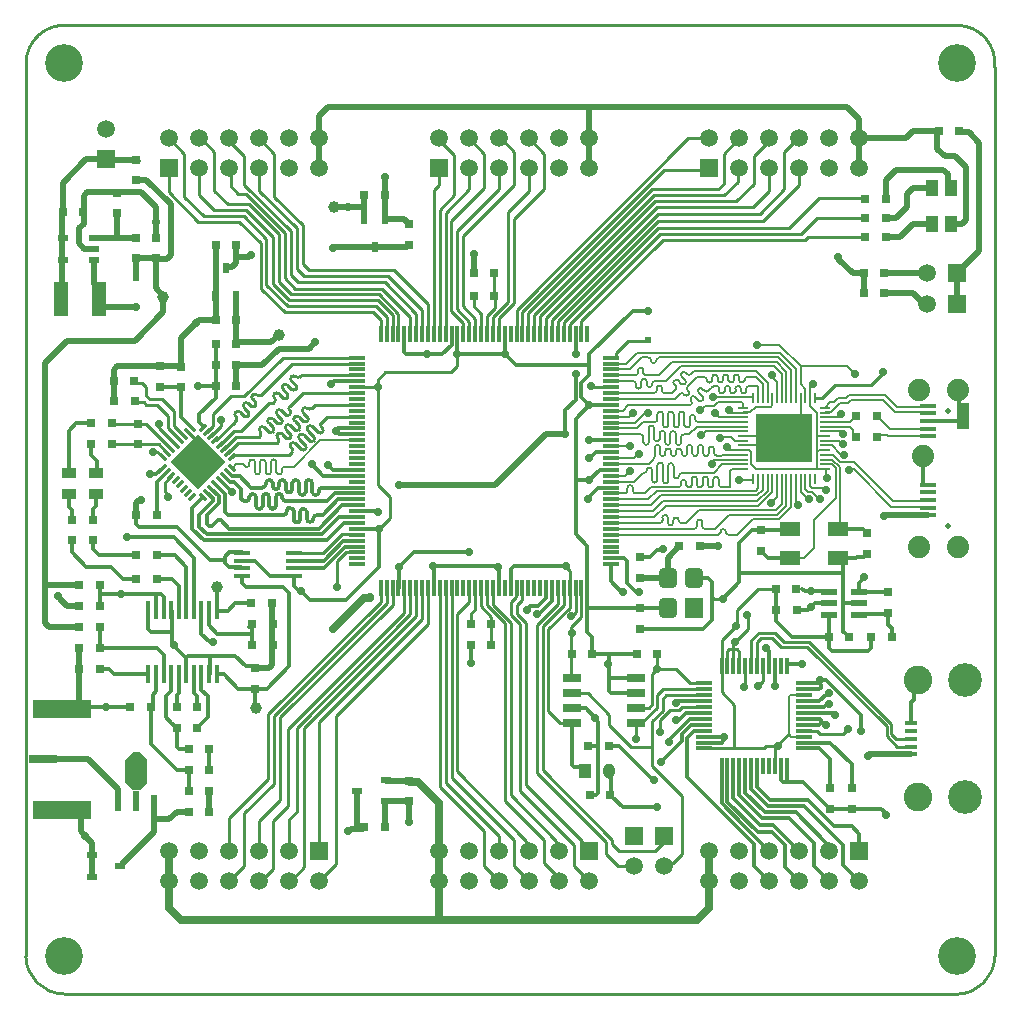
<source format=gtl>
G04*
G04 #@! TF.GenerationSoftware,Altium Limited,Altium Designer,20.2.5 (213)*
G04*
G04 Layer_Physical_Order=1*
G04 Layer_Color=255*
%FSLAX42Y42*%
%MOMM*%
G71*
G04*
G04 #@! TF.SameCoordinates,314019C8-8427-4676-9664-B8FEBD72C539*
G04*
G04*
G04 #@! TF.FilePolarity,Positive*
G04*
G01*
G75*
%ADD13C,0.25*%
%ADD20R,0.80X0.80*%
%ADD21R,1.00X1.27*%
%ADD22O,1.00X1.27*%
%ADD23R,0.80X0.80*%
%ADD24R,0.60X0.60*%
G04:AMPARAMS|DCode=25|XSize=0.6mm|YSize=0.6mm|CornerRadius=0.15mm|HoleSize=0mm|Usage=FLASHONLY|Rotation=270.000|XOffset=0mm|YOffset=0mm|HoleType=Round|Shape=RoundedRectangle|*
%AMROUNDEDRECTD25*
21,1,0.60,0.30,0,0,270.0*
21,1,0.30,0.60,0,0,270.0*
1,1,0.30,-0.15,-0.15*
1,1,0.30,-0.15,0.15*
1,1,0.30,0.15,0.15*
1,1,0.30,0.15,-0.15*
%
%ADD25ROUNDEDRECTD25*%
%ADD26R,0.30X1.48*%
%ADD27R,1.48X0.30*%
%ADD28R,0.20X0.85*%
%ADD29R,0.85X0.20*%
%ADD30R,4.85X4.05*%
%ADD31R,1.40X0.60*%
%ADD32R,1.53X0.65*%
%ADD33R,0.98X2.18*%
%ADD34R,1.35X0.40*%
%ADD35R,1.10X0.45*%
%ADD36R,4.90X1.60*%
%ADD37R,2.35X0.70*%
%ADD38R,1.10X1.40*%
%ADD39R,0.85X0.60*%
%ADD40R,0.60X0.85*%
%ADD41R,1.80X1.20*%
G04:AMPARAMS|DCode=42|XSize=1.7mm|YSize=1.5mm|CornerRadius=0.38mm|HoleSize=0mm|Usage=FLASHONLY|Rotation=90.000|XOffset=0mm|YOffset=0mm|HoleType=Round|Shape=RoundedRectangle|*
%AMROUNDEDRECTD42*
21,1,1.70,0.75,0,0,90.0*
21,1,0.95,1.50,0,0,90.0*
1,1,0.75,0.38,0.48*
1,1,0.75,0.38,-0.48*
1,1,0.75,-0.38,-0.48*
1,1,0.75,-0.38,0.48*
%
%ADD42ROUNDEDRECTD42*%
%ADD43R,1.50X1.70*%
%ADD44R,1.25X0.90*%
%ADD45R,1.30X3.00*%
%ADD46C,1.00*%
%ADD47R,0.44X1.52*%
%ADD48P,4.60X4X90.0*%
G04:AMPARAMS|DCode=49|XSize=0.81mm|YSize=0.3mm|CornerRadius=0mm|HoleSize=0mm|Usage=FLASHONLY|Rotation=135.000|XOffset=0mm|YOffset=0mm|HoleType=Round|Shape=Rectangle|*
%AMROTATEDRECTD49*
4,1,4,0.40,-0.18,0.18,-0.40,-0.40,0.18,-0.18,0.40,0.40,-0.18,0.0*
%
%ADD49ROTATEDRECTD49*%

G04:AMPARAMS|DCode=50|XSize=0.81mm|YSize=0.3mm|CornerRadius=0mm|HoleSize=0mm|Usage=FLASHONLY|Rotation=45.000|XOffset=0mm|YOffset=0mm|HoleType=Round|Shape=Rectangle|*
%AMROTATEDRECTD50*
4,1,4,-0.18,-0.40,-0.40,-0.18,0.18,0.40,0.40,0.18,-0.18,-0.40,0.0*
%
%ADD50ROTATEDRECTD50*%

%ADD51R,0.90X0.55*%
%ADD52R,0.60X1.40*%
%ADD53R,0.60X1.80*%
%ADD54R,1.40X0.45*%
%ADD99C,0.20*%
%ADD100C,0.30*%
%ADD101C,0.64*%
%ADD102C,0.51*%
%ADD103C,0.38*%
%ADD104C,0.50*%
%ADD105C,1.88*%
%ADD106C,2.42*%
%ADD107C,2.85*%
%ADD108C,1.50*%
%ADD109R,1.50X1.50*%
%ADD110R,1.50X1.50*%
%ADD111C,3.20*%
%ADD112C,0.71*%
G36*
X3501Y4324D02*
X3436Y4389D01*
Y4579D01*
X3501Y4644D01*
X3561D01*
X3626Y4579D01*
Y4389D01*
X3561Y4324D01*
X3501D01*
D02*
G37*
D13*
X5099Y7435D02*
G03*
X5099Y7400I18J-18D01*
G01*
X5108Y7355D02*
G03*
X5108Y7391I-18J18D01*
G01*
X5072Y7355D02*
G03*
X5108Y7355I18J18D01*
G01*
X5022Y7404D02*
G03*
X4986Y7404I-18J-18D01*
G01*
X4986Y7404D02*
G03*
X4986Y7368I18J-18D01*
G01*
X5036Y7283D02*
G03*
X5036Y7319I-18J18D01*
G01*
X5000Y7283D02*
G03*
X5036Y7283I18J18D01*
G01*
X4950Y7332D02*
G03*
X4914Y7332I-18J-18D01*
G01*
D02*
G03*
X4914Y7296I18J-18D01*
G01*
X4964Y7211D02*
G03*
X4964Y7247I-18J18D01*
G01*
X4928Y7211D02*
G03*
X4964Y7211I18J18D01*
G01*
X4878Y7261D02*
G03*
X4842Y7261I-18J-18D01*
G01*
X4842Y7261D02*
G03*
X4842Y7225I18J-18D01*
G01*
X4847Y7184D02*
G03*
X4847Y7220I-18J18D01*
G01*
X4981Y7557D02*
G03*
X5017Y7557I18J18D01*
G01*
X4981D02*
G03*
X4945Y7557I-18J-18D01*
G01*
X4945Y7557D02*
G03*
X4945Y7521I18J-18D01*
G01*
X4981Y7449D02*
G03*
X4981Y7485I-18J18D01*
G01*
X4945Y7449D02*
G03*
X4981Y7449I18J18D01*
G01*
X4909Y7485D02*
G03*
X4873Y7485I-18J-18D01*
G01*
X4873Y7485D02*
G03*
X4873Y7449I18J-18D01*
G01*
X4909Y7377D02*
G03*
X4909Y7413I-18J18D01*
G01*
X4873Y7377D02*
G03*
X4909Y7377I18J18D01*
G01*
X4837Y7413D02*
G03*
X4802Y7413I-18J-18D01*
G01*
D02*
G03*
X4802Y7377I18J-18D01*
G01*
X4837Y7306D02*
G03*
X4837Y7342I-18J18D01*
G01*
X4802Y7306D02*
G03*
X4837Y7306I18J18D01*
G01*
X4766Y7342D02*
G03*
X4730Y7342I-18J-18D01*
G01*
X4730Y7342D02*
G03*
X4730Y7306I18J-18D01*
G01*
X4730Y7270D02*
G03*
X4730Y7306I-18J18D01*
G01*
X4832Y7576D02*
G03*
X4832Y7540I18J-18D01*
G01*
X4832Y7504D02*
G03*
X4832Y7540I-18J18D01*
G01*
X4797Y7504D02*
G03*
X4832Y7504I18J18D01*
G01*
X4761Y7540D02*
G03*
X4725Y7540I-18J-18D01*
G01*
X4725Y7540D02*
G03*
X4725Y7504I18J-18D01*
G01*
X4761Y7432D02*
G03*
X4761Y7468I-18J18D01*
G01*
X4725Y7432D02*
G03*
X4761Y7432I18J18D01*
G01*
X4689Y7468D02*
G03*
X4653Y7468I-18J-18D01*
G01*
D02*
G03*
X4653Y7432I18J-18D01*
G01*
X4689Y7360D02*
G03*
X4689Y7396I-18J18D01*
G01*
X4653Y7360D02*
G03*
X4689Y7360I18J18D01*
G01*
X4617Y7396D02*
G03*
X4581Y7396I-18J-18D01*
G01*
X4581Y7396D02*
G03*
X4581Y7360I18J-18D01*
G01*
X4581Y7324D02*
G03*
X4581Y7360I-18J18D01*
G01*
X4882Y7826D02*
G03*
X4918Y7826I18J18D01*
G01*
X4882D02*
G03*
X4846Y7826I-18J-18D01*
G01*
X4846Y7826D02*
G03*
X4846Y7790I18J-18D01*
G01*
X4882Y7718D02*
G03*
X4882Y7754I-18J18D01*
G01*
X4846Y7718D02*
G03*
X4882Y7718I18J18D01*
G01*
X4810Y7754D02*
G03*
X4774Y7754I-18J-18D01*
G01*
D02*
G03*
X4774Y7718I18J-18D01*
G01*
X4810Y7646D02*
G03*
X4810Y7682I-18J18D01*
G01*
X4774Y7646D02*
G03*
X4810Y7646I18J18D01*
G01*
X4738Y7682D02*
G03*
X4702Y7682I-18J-18D01*
G01*
X4702Y7682D02*
G03*
X4702Y7646I18J-18D01*
G01*
X4702Y7610D02*
G03*
X4702Y7646I-18J18D01*
G01*
X4553Y7671D02*
G03*
X4589Y7671I18J18D01*
G01*
X4553Y7671D02*
G03*
X4517Y7671I-18J-18D01*
G01*
X4517Y7671D02*
G03*
X4517Y7635I18J-18D01*
G01*
X4539Y7577D02*
G03*
X4539Y7613I-18J18D01*
G01*
X4503Y7577D02*
G03*
X4539Y7577I18J18D01*
G01*
X4481Y7599D02*
G03*
X4446Y7599I-18J-18D01*
G01*
D02*
G03*
X4446Y7563I18J-18D01*
G01*
X4481Y7491D02*
G03*
X4481Y7527I-18J18D01*
G01*
X4446Y7491D02*
G03*
X4481Y7491I18J18D01*
G01*
X4410Y7527D02*
G03*
X4374Y7527I-18J-18D01*
G01*
X4374Y7527D02*
G03*
X4374Y7491I18J-18D01*
G01*
X4374Y7455D02*
G03*
X4374Y7491I-18J18D01*
G01*
X7897Y4531D02*
X8153Y4275D01*
Y3785D02*
Y4275D01*
X8076Y3707D02*
X8153Y3785D01*
X8059Y3707D02*
X8076D01*
X7897Y4531D02*
Y4686D01*
X7722D02*
X7897D01*
X8052Y3683D02*
Y3700D01*
X7968Y4818D02*
Y4920D01*
X8052Y5004D02*
X8128D01*
X7968Y4920D02*
X8052Y5004D01*
X7988Y4998D02*
Y5095D01*
X7897Y4907D02*
X7988Y4998D01*
X7897Y4686D02*
Y4907D01*
X8128Y5004D02*
X8152Y5028D01*
X7943Y5024D02*
Y5133D01*
X7808Y4890D02*
X7943Y5024D01*
X7988Y5095D02*
X8021Y5128D01*
X7988Y5179D02*
X8338D01*
X7943Y5133D02*
X7988Y5179D01*
X8338D02*
X8339Y5178D01*
X7874Y5024D02*
X7902Y5052D01*
Y5309D02*
X7940Y5347D01*
X7902Y5052D02*
Y5309D01*
X7764Y4890D02*
X7808D01*
X7944Y5347D02*
Y5476D01*
X7772Y5024D02*
X7874D01*
X7944Y5347D02*
X8100D01*
X8219Y5228D01*
X8339D01*
X7214Y5279D02*
Y5705D01*
X8021Y5128D02*
X8339D01*
X7764Y5017D02*
X7772Y5024D01*
X6248Y7912D02*
Y8014D01*
X7534Y4874D02*
Y4963D01*
Y4874D02*
X7722Y4686D01*
X7564Y3866D02*
Y3904D01*
X6975Y4493D02*
Y5715D01*
Y4493D02*
X7564Y3904D01*
X7508Y3787D02*
Y3884D01*
X6924Y4468D02*
Y5723D01*
Y4468D02*
X7508Y3884D01*
X6833Y4369D02*
Y5740D01*
X7304Y3872D02*
X7366Y3810D01*
X7304Y3872D02*
Y3898D01*
X6833Y4369D02*
X7304Y3898D01*
X7239Y3683D02*
Y3861D01*
X6778Y4321D02*
Y5731D01*
Y4321D02*
X7239Y3861D01*
X6706Y4280D02*
Y5740D01*
X7089Y3833D02*
X7112Y3810D01*
X7089Y3833D02*
Y3896D01*
X6706Y4280D02*
X7089Y3896D01*
X6985Y3708D02*
Y3899D01*
X6655Y4229D02*
Y5740D01*
Y4229D02*
X6985Y3899D01*
X6248Y4483D02*
Y5817D01*
X6835Y3833D02*
X6858Y3810D01*
X6835Y3833D02*
Y3896D01*
X6248Y4483D02*
X6835Y3896D01*
X6731Y3683D02*
Y3899D01*
X6202Y4428D02*
Y6038D01*
Y4428D02*
X6731Y3899D01*
X6152Y4389D02*
X6604Y3937D01*
Y3810D02*
Y3937D01*
X6152Y4389D02*
Y6038D01*
X6477Y3683D02*
Y3975D01*
X6102Y4350D02*
Y5390D01*
Y4350D02*
X6477Y3975D01*
X9512Y4801D02*
X9555Y4843D01*
X4648Y4966D02*
X5602Y5919D01*
X4699Y4953D02*
X5652Y5906D01*
X4750Y4242D02*
Y4940D01*
X4699Y4381D02*
Y4953D01*
X5602Y5919D02*
Y6038D01*
X4750Y4940D02*
X5702Y5892D01*
Y6038D01*
X5652Y5906D02*
Y6038D01*
X4953Y4851D02*
X5902Y5800D01*
X4813Y4191D02*
Y4839D01*
X5220Y3696D02*
Y4953D01*
X5952Y5774D02*
Y6038D01*
X5802Y5827D02*
Y6038D01*
X4890Y4851D02*
X5852Y5814D01*
X5220Y4953D02*
X6002Y5735D01*
X5080Y4902D02*
X5952Y5774D01*
X4953Y3670D02*
Y4851D01*
X6002Y5735D02*
Y6038D01*
X5902Y5800D02*
Y6038D01*
X4813Y4839D02*
X5802Y5827D01*
X4890Y4140D02*
Y4851D01*
X5080Y3810D02*
Y4902D01*
X5852Y5814D02*
Y6038D01*
X4648Y4420D02*
Y4966D01*
X7478Y7735D02*
X7549D01*
X7477Y7734D02*
X7478Y7735D01*
X7404Y7734D02*
X7477D01*
X7549Y7735D02*
X7551Y7737D01*
X8712Y5690D02*
Y5804D01*
X8598Y5575D02*
X8712Y5690D01*
X8616Y5847D02*
X8796Y6027D01*
X8942D01*
X8616Y5720D02*
Y5847D01*
X8488Y5596D02*
X8609Y5717D01*
X8611Y5715D02*
X8616Y5720D01*
X8942Y6027D02*
X8947Y6032D01*
X9751Y7755D02*
X9856Y7860D01*
X9446Y7755D02*
X9751D01*
X9324Y4801D02*
X9512D01*
X7592Y8025D02*
X7695Y8128D01*
X7853D01*
X7551Y7987D02*
X7590D01*
X7592Y7989D01*
Y8025D01*
X7853Y8128D02*
X7861Y8137D01*
X5575Y7734D02*
Y7798D01*
X5639Y7861D02*
X6198D01*
X5575Y7798D02*
X5639Y7861D01*
X6198D02*
X6248Y7912D01*
X5588Y6540D02*
X5677Y6629D01*
X5585Y6537D02*
X5588Y6540D01*
X5677Y6629D02*
Y6807D01*
X5575Y6909D02*
X5677Y6807D01*
X5575Y6909D02*
Y7734D01*
X8591Y4678D02*
X8844D01*
X8339D02*
X8591D01*
X8488Y5152D02*
X8591Y5048D01*
Y4678D02*
Y5048D01*
X8488Y5152D02*
Y5377D01*
Y5596D01*
X8586Y5563D02*
X8598Y5575D01*
X8586Y5517D02*
Y5563D01*
X8420Y5944D02*
X8497D01*
X8407Y5956D02*
X8420Y5944D01*
X7175Y6210D02*
X7202Y6184D01*
Y6038D02*
Y6184D01*
X7564Y3866D02*
X7620Y3810D01*
X7239Y3683D02*
X7366Y3556D01*
X6706Y5804D02*
Y5918D01*
Y5804D02*
X6778Y5731D01*
X6552Y5894D02*
Y6038D01*
Y5894D02*
X6706Y5740D01*
Y5918D02*
X6750Y5962D01*
Y6036D02*
X6752Y6038D01*
X6750Y5962D02*
Y6036D01*
X6756Y5817D02*
X6833Y5740D01*
X6756Y5817D02*
Y5893D01*
X6802Y5938D01*
Y6038D01*
X7112Y3556D02*
Y3581D01*
X6985Y3708D02*
X7112Y3581D01*
X6502Y5893D02*
X6655Y5740D01*
X6502Y5893D02*
Y6038D01*
X6477Y3683D02*
X6604Y3556D01*
X6731Y3683D02*
X6858Y3556D01*
X9187Y4828D02*
X9189Y4826D01*
X9299D01*
X9324Y4801D01*
X8951Y4696D02*
X9055Y4801D01*
X8938Y4683D02*
X8951Y4696D01*
X8948Y4699D02*
X8951Y4696D01*
X8865Y4699D02*
X8948D01*
X8844Y4678D02*
X8865Y4699D01*
X8052Y3700D02*
X8059Y3707D01*
X6924Y5723D02*
X7102Y5901D01*
X6975Y5715D02*
X7152Y5892D01*
X7122Y4890D02*
X7222D01*
X7021Y4991D02*
Y5690D01*
Y4991D02*
X7122Y4890D01*
X7021Y5690D02*
X7202Y5871D01*
X7353Y5144D02*
X7534Y4963D01*
X7764Y4762D02*
Y4890D01*
X7222Y5144D02*
X7353D01*
X7925Y3810D02*
X8052Y3937D01*
X7620Y3810D02*
X7925D01*
X7508Y3787D02*
X7612Y3683D01*
X7737D01*
X7102Y5901D02*
Y6038D01*
X7152Y5892D02*
Y6038D01*
X7202Y5871D02*
Y6038D01*
X7214Y5279D02*
X7222Y5271D01*
X7221Y5801D02*
X7252Y5832D01*
Y6038D01*
X7214Y5705D02*
X7302Y5793D01*
Y6038D01*
X8152Y5028D02*
X8339D01*
X8677Y5210D02*
X8688Y5221D01*
Y5377D01*
X8586Y5517D02*
X8618D01*
X8553D02*
X8586D01*
X8588Y5377D02*
Y5514D01*
X8586Y5517D02*
X8588Y5514D01*
X8638Y5377D02*
Y5497D01*
X8618Y5517D02*
X8638Y5497D01*
X8538Y5377D02*
Y5502D01*
X8553Y5517D01*
X9977Y4694D02*
X10096D01*
X9886Y4785D02*
X9977Y4694D01*
X9886Y4785D02*
Y4864D01*
X9921Y4803D02*
X9965Y4760D01*
X9921Y4803D02*
Y4885D01*
X9228Y5578D02*
X9921Y4885D01*
X9965Y4760D02*
X10096D01*
X9215Y5535D02*
X9886Y4864D01*
X9017Y5578D02*
X9228D01*
X8938Y5657D02*
X9017Y5578D01*
X8802Y5657D02*
X8938D01*
X8738Y5593D02*
X8802Y5657D01*
X8821Y5611D02*
X8916D01*
X8788Y5577D02*
X8821Y5611D01*
X8916D02*
X8993Y5535D01*
X8738Y5377D02*
Y5593D01*
X8788Y5377D02*
Y5577D01*
X8993Y5535D02*
X9215D01*
X8799Y5210D02*
X8838Y5249D01*
Y5377D01*
X8938Y4529D02*
Y4683D01*
X9339Y7647D02*
X9446Y7755D01*
X9277Y7647D02*
X9339D01*
X5403Y7737D02*
X5405Y7736D01*
X5574D01*
X5575Y7734D01*
X4890Y7633D02*
X4944Y7687D01*
X5403D01*
X5232Y6045D02*
Y6261D01*
X5309Y6337D01*
X5403D01*
X5403Y6337D01*
X4868Y6333D02*
X5114D01*
X5271Y6490D02*
X5397D01*
X5114Y6333D02*
X5271Y6490D01*
X5400Y6487D02*
X5403D01*
X5397Y6490D02*
X5400Y6487D01*
X5131Y7468D02*
X5137Y7474D01*
X5099Y7435D02*
X5131Y7468D01*
X5099Y7400D02*
X5099Y7400D01*
X5108Y7391D01*
X5108Y7391D02*
X5108Y7391D01*
X5072Y7355D02*
X5072Y7355D01*
X5022Y7404D02*
X5072Y7355D01*
X5022Y7404D02*
X5022Y7404D01*
X4986D02*
X4986Y7404D01*
X4986Y7368D02*
X4986Y7368D01*
X5036Y7319D01*
X5036Y7319D02*
X5036Y7319D01*
Y7283D02*
X5036Y7283D01*
X5000Y7283D02*
X5000Y7283D01*
X4950Y7332D02*
X5000Y7283D01*
X4950Y7332D02*
X4950Y7332D01*
X4914Y7296D02*
X4914Y7296D01*
X4964Y7247D01*
X4964Y7247D02*
X4964Y7247D01*
Y7211D02*
X4964Y7211D01*
X4928Y7211D02*
X4928Y7211D01*
X4878Y7261D02*
X4928Y7211D01*
X4878Y7261D02*
X4878Y7261D01*
X4842D02*
X4842Y7261D01*
X4842Y7225D02*
X4842Y7225D01*
X4847Y7220D01*
X4838Y7175D02*
X4847Y7184D01*
X5137Y7474D02*
X5150Y7487D01*
X5276D01*
X4420Y7162D02*
X4737D01*
X4825D01*
X4362D02*
X4420D01*
X4825D02*
X4838Y7175D01*
X4392Y7261D02*
X4721D01*
X4312Y7180D02*
X4392Y7261D01*
X5276Y7487D02*
X5403D01*
X5017Y7557D02*
X5047Y7587D01*
X4945Y7557D02*
X4945Y7557D01*
X4945Y7521D02*
X4945Y7521D01*
X4981Y7485D01*
X4981Y7485D02*
X4981Y7485D01*
X4945Y7449D02*
X4945Y7449D01*
X4909Y7485D02*
X4945Y7449D01*
X4909Y7485D02*
X4909Y7485D01*
X4873D02*
X4873Y7485D01*
X4873Y7449D02*
X4873Y7449D01*
X4909Y7413D01*
X4909Y7413D02*
X4909Y7413D01*
Y7377D02*
X4909Y7377D01*
X4873Y7377D02*
X4873Y7377D01*
X4837Y7413D02*
X4873Y7377D01*
X4837Y7413D02*
X4837Y7413D01*
X4802Y7377D02*
X4802Y7377D01*
X4837Y7342D01*
X4837Y7342D02*
X4837Y7342D01*
Y7306D02*
X4837Y7306D01*
X4802Y7306D02*
X4802Y7306D01*
X4766Y7342D02*
X4802Y7306D01*
X4766Y7342D02*
X4766Y7342D01*
X4730D02*
X4730Y7342D01*
X4730Y7306D02*
X4730Y7306D01*
X4721Y7261D02*
X4730Y7270D01*
X5047Y7587D02*
X5403D01*
X4832Y7576D02*
X4890Y7633D01*
X4832Y7540D02*
X4832Y7540D01*
X4832Y7540D01*
X4832Y7540D02*
X4832Y7540D01*
X4797Y7504D02*
X4797Y7504D01*
X4761Y7540D02*
X4797Y7504D01*
X4761Y7540D02*
X4761Y7540D01*
X4725D02*
X4725Y7540D01*
X4725Y7504D02*
X4725Y7504D01*
X4761Y7468D01*
X4761Y7468D02*
X4761Y7468D01*
Y7432D02*
X4761Y7432D01*
X4725Y7432D02*
X4725Y7432D01*
X4689Y7468D02*
X4725Y7432D01*
X4689Y7468D02*
X4689Y7468D01*
X4653Y7432D02*
X4653Y7432D01*
X4689Y7396D01*
X4689Y7396D02*
X4689Y7396D01*
Y7360D02*
X4689Y7360D01*
X4653Y7360D02*
X4653Y7360D01*
X4617Y7396D02*
X4653Y7360D01*
X4617Y7396D02*
X4617Y7396D01*
X4581D02*
X4581Y7396D01*
X4581Y7360D02*
X4581Y7360D01*
X4572Y7315D02*
X4581Y7324D01*
X4379Y7315D02*
X4572D01*
X4358Y7366D02*
X4420D01*
X4655Y7601D02*
X4693D01*
X4420Y7366D02*
X4655Y7601D01*
X4929Y7837D02*
X4977D01*
X4918Y7826D02*
X4929Y7837D01*
X4846Y7826D02*
X4846Y7826D01*
X4846Y7790D02*
X4846Y7790D01*
X4882Y7754D01*
X4882Y7754D02*
X4882Y7754D01*
Y7718D02*
X4882Y7718D01*
X4846Y7718D02*
X4846Y7718D01*
X4810Y7754D02*
X4846Y7718D01*
X4810Y7754D02*
X4810Y7754D01*
X4774Y7718D02*
X4774Y7718D01*
X4810Y7682D01*
X4810Y7682D02*
X4810Y7682D01*
Y7646D02*
X4810Y7646D01*
X4774Y7646D02*
X4774Y7646D01*
X4738Y7682D02*
X4774Y7646D01*
X4738Y7682D02*
X4738Y7682D01*
X4702D02*
X4702Y7682D01*
X4702Y7646D02*
X4702Y7646D01*
X4693Y7601D02*
X4702Y7610D01*
X4977Y7837D02*
X5403D01*
X4589Y7671D02*
X4631Y7713D01*
X4553Y7671D02*
X4553Y7671D01*
X4553Y7671D02*
X4553Y7671D01*
X4553D02*
X4553Y7671D01*
X4517D02*
X4517Y7671D01*
X4517Y7635D02*
X4517Y7635D01*
X4539Y7613D01*
X4539Y7577D02*
X4539Y7577D01*
X4481Y7599D02*
X4503Y7577D01*
X4481Y7599D02*
X4481Y7599D01*
X4446Y7563D02*
X4446Y7563D01*
X4481Y7527D01*
X4481Y7527D02*
X4481Y7527D01*
Y7491D02*
X4481Y7491D01*
X4446Y7491D02*
X4446Y7491D01*
X4410Y7527D02*
X4446Y7491D01*
X4410Y7527D02*
X4410Y7527D01*
X4374D02*
X4374Y7527D01*
X4374Y7491D02*
X4374Y7491D01*
X4374Y7491D01*
X4365Y7446D02*
X4374Y7455D01*
X4631Y7713D02*
X4670Y7751D01*
X4855Y7937D01*
X5067D01*
X4205Y7286D02*
X4365Y7446D01*
X4238Y7250D02*
X4242D01*
X4358Y7366D01*
X5067Y7937D02*
X5129D01*
X5403D01*
X4331Y7658D02*
X4445D01*
X4774Y7987D02*
X5403D01*
X4445Y7658D02*
X4774Y7987D01*
X4178Y7506D02*
X4331Y7658D01*
X4238Y6948D02*
X4316Y6871D01*
X4318D01*
X4254Y7410D02*
Y7455D01*
X3772Y6845D02*
X3797Y6820D01*
X3772Y6928D02*
X3829Y6984D01*
X3772Y6845D02*
Y6928D01*
X3721Y7394D02*
X3865Y7250D01*
X3721Y7394D02*
Y7417D01*
X3755Y7144D02*
X3759D01*
X3711Y7188D02*
X3755Y7144D01*
X3683Y7188D02*
X3711D01*
X3518Y7620D02*
X3531Y7607D01*
X3594D01*
X3619Y7582D01*
X3708D01*
X3797Y7493D01*
Y7389D02*
X3900Y7286D01*
X3797Y7389D02*
Y7493D01*
X3543Y7427D02*
X3546Y7429D01*
X3613D01*
X3829Y7214D01*
X3515Y7785D02*
X3528Y7772D01*
X3581D01*
X3619Y7734D01*
Y7658D02*
Y7734D01*
Y7658D02*
X3645Y7633D01*
X3747D01*
X3848Y7410D02*
Y7531D01*
X3747Y7633D02*
X3848Y7531D01*
Y7410D02*
X3936Y7322D01*
X3329Y7427D02*
X3543D01*
X3326Y7430D02*
X3329Y7427D01*
X3327Y7252D02*
X3543D01*
X3723D02*
X3794Y7180D01*
X3543Y7252D02*
X3723D01*
X4166Y7322D02*
X4254Y7410D01*
X4132Y7356D02*
Y7358D01*
X4178Y7404D02*
Y7506D01*
X4132Y7358D02*
X4178Y7404D01*
X4308Y7180D02*
X4312D01*
X4344Y7144D02*
X4362Y7162D01*
X4202Y7286D02*
X4205D01*
X4278Y7214D02*
X4379Y7315D01*
X5403Y7137D02*
X5403Y7137D01*
X4274Y7214D02*
X4278D01*
X9704Y9335D02*
X9704Y9334D01*
X9309Y9335D02*
X9704D01*
X9055Y9081D02*
X9309Y9335D01*
X7963Y9030D02*
X9157D01*
X9296Y9169D02*
X9704D01*
X9157Y9030D02*
X9296Y9169D01*
X9704D02*
X9704Y9169D01*
X9679Y9004D02*
X9691Y8992D01*
X9220Y9004D02*
X9679D01*
X7988Y8979D02*
X9195D01*
X9220Y9004D01*
X7302Y8293D02*
X7988Y8979D01*
X7302Y8186D02*
Y8293D01*
X9691Y8992D02*
X9704Y9004D01*
X7204Y8271D02*
X7963Y9030D01*
X7204Y8188D02*
Y8271D01*
X8839Y9144D02*
X9144Y9449D01*
X7102Y8296D02*
X7950Y9144D01*
X7052Y8309D02*
X7950Y9207D01*
X7002Y8323D02*
X7938Y9258D01*
X6952Y8336D02*
X7925Y9309D01*
X8750Y9258D02*
X8890Y9398D01*
X7950Y9081D02*
X9055D01*
X8814Y9207D02*
X9017Y9411D01*
X7938Y9258D02*
X8750D01*
X7950Y9207D02*
X8814D01*
X7950Y9144D02*
X8839D01*
X8611Y9309D02*
X8763Y9461D01*
X7154Y8285D02*
X7950Y9081D01*
X7925Y9309D02*
X8611D01*
X7202Y8186D02*
X7204Y8188D01*
X6852Y8363D02*
X7899Y9411D01*
X8509Y9360D02*
X8623Y9474D01*
X7912Y9360D02*
X8509D01*
X7899Y9411D02*
X8458D01*
X6902Y8350D02*
X7912Y9360D01*
X8458Y9411D02*
X8509Y9461D01*
X7152Y8186D02*
X7154Y8188D01*
Y8285D01*
X6731Y8446D02*
Y9157D01*
X6985Y9411D01*
X6604Y8319D02*
X6731Y8446D01*
X6552Y8330D02*
X6680Y8458D01*
Y9220D02*
X6858Y9398D01*
X6680Y8458D02*
Y9220D01*
X7102Y8186D02*
Y8296D01*
X6902Y8186D02*
Y8350D01*
X7052Y8186D02*
Y8309D01*
X6802Y8186D02*
Y8377D01*
X8204Y9843D02*
X8382D01*
X6802Y8377D02*
X8001Y9576D01*
X6752Y8390D02*
X8204Y9843D01*
X6952Y8186D02*
Y8336D01*
X7002Y8186D02*
Y8323D01*
X8001Y9576D02*
X8369D01*
X6852Y8186D02*
Y8363D01*
X9144Y9449D02*
Y9589D01*
X9017Y9411D02*
Y9728D01*
X9131Y9843D02*
X9144D01*
X9017Y9728D02*
X9131Y9843D01*
X8890Y9398D02*
Y9589D01*
Y9817D02*
Y9843D01*
X8763Y9690D02*
X8890Y9817D01*
X8763Y9461D02*
Y9690D01*
X8623Y9576D02*
X8636Y9589D01*
X8623Y9474D02*
Y9576D01*
X8509Y9461D02*
Y9715D01*
X8636Y9843D01*
X8369Y9576D02*
X8382Y9589D01*
X6752Y8186D02*
Y8390D01*
X6604Y8188D02*
Y8319D01*
X6552Y8186D02*
Y8330D01*
X6602Y8186D02*
X6604Y8188D01*
X6352Y5920D02*
Y6038D01*
X6248Y5817D02*
X6352Y5920D01*
X6102Y5390D02*
Y6038D01*
X6102Y5390D02*
X6102Y5390D01*
X6363Y5729D02*
X6364Y5728D01*
X6363Y5729D02*
Y5817D01*
X6402Y5856D02*
Y6038D01*
X6363Y5817D02*
X6402Y5856D01*
X6452Y6038D02*
X6452Y6038D01*
X6452Y5880D02*
Y6038D01*
X6539Y5728D02*
Y5793D01*
X6452Y5880D02*
X6539Y5793D01*
Y5550D02*
X6539Y5550D01*
X6539Y5550D02*
Y5728D01*
X6858Y9843D02*
X6985Y9715D01*
Y9411D02*
Y9715D01*
X6858Y9398D02*
Y9589D01*
X6248Y8395D02*
X6352Y8291D01*
X6248Y9055D02*
X6604Y9411D01*
X6248Y8395D02*
Y9055D01*
X6198Y8382D02*
X6300Y8280D01*
X6198Y9144D02*
X6477Y9423D01*
X6198Y8382D02*
Y9144D01*
X6604Y9843D02*
X6617D01*
X6731Y9728D01*
X6299Y9017D02*
X6731Y9449D01*
Y9728D01*
X6299Y8420D02*
Y9017D01*
X6604Y9411D02*
Y9589D01*
X6402Y8186D02*
Y8317D01*
X6299Y8420D02*
X6402Y8317D01*
X6352Y8186D02*
Y8291D01*
X6300Y8188D02*
Y8280D01*
X6350Y9843D02*
X6477Y9715D01*
Y9423D02*
Y9715D01*
X6300Y8188D02*
X6302Y8186D01*
X6350Y9411D02*
Y9589D01*
X6152Y9213D02*
X6350Y9411D01*
X6152Y8186D02*
Y9213D01*
X6096Y9830D02*
Y9843D01*
Y9830D02*
X6223Y9703D01*
Y9360D02*
Y9703D01*
X6102Y8186D02*
Y9239D01*
X6223Y9360D01*
X6096Y9449D02*
Y9589D01*
X6052Y9405D02*
X6096Y9449D01*
X6052Y8186D02*
Y9405D01*
X6564Y8509D02*
Y8699D01*
X6565Y8700D01*
X6564Y8509D02*
X6566Y8508D01*
Y8407D02*
Y8508D01*
X6502Y8186D02*
Y8343D01*
X6566Y8407D01*
X6388Y8508D02*
X6389Y8509D01*
X6388Y8420D02*
Y8508D01*
X6452Y8186D02*
Y8356D01*
X6388Y8420D02*
X6452Y8356D01*
X4877Y8572D02*
X5613D01*
X4788Y8661D02*
X4877Y8572D01*
X5613D02*
X5852Y8334D01*
X5639Y8623D02*
X5902Y8360D01*
X4839Y8687D02*
X4902Y8623D01*
X5639D01*
X5664Y8674D02*
X5952Y8386D01*
X4890Y8738D02*
X4953Y8674D01*
X5664D01*
X4991Y8725D02*
X5715D01*
X4940Y8776D02*
X4991Y8725D01*
X5715D02*
X6002Y8438D01*
X4635Y8598D02*
X4813Y8420D01*
X5563D02*
X5652Y8331D01*
X4813Y8420D02*
X5563D01*
X4585Y8572D02*
X4788Y8369D01*
X5537D02*
X5602Y8304D01*
X4788Y8369D02*
X5537D01*
X4585Y8572D02*
Y8954D01*
X4635Y8598D02*
Y8992D01*
X4826Y8471D02*
X5575D01*
X4686Y8611D02*
Y9004D01*
Y8611D02*
X4826Y8471D01*
X4737Y8623D02*
Y9030D01*
X4839Y8522D02*
X5588D01*
X4737Y8623D02*
X4839Y8522D01*
X4788Y8661D02*
Y9042D01*
X6002Y8186D02*
Y8438D01*
X5902Y8186D02*
Y8360D01*
X5852Y8186D02*
Y8334D01*
X5702Y8186D02*
Y8344D01*
X5575Y8471D02*
X5702Y8344D01*
X5588Y8522D02*
X5752Y8358D01*
Y8186D02*
Y8358D01*
X5952Y8186D02*
Y8386D01*
X4699Y9347D02*
X4940Y9106D01*
Y8776D02*
Y9106D01*
X4699Y9347D02*
Y9715D01*
X4572Y9843D02*
X4699Y9715D01*
X4572Y9398D02*
Y9589D01*
Y9398D02*
X4890Y9081D01*
Y8738D02*
Y9081D01*
X4445Y9449D02*
X4839Y9055D01*
Y8687D02*
Y9055D01*
X4445Y9449D02*
Y9690D01*
X4318Y9817D02*
Y9843D01*
Y9817D02*
X4445Y9690D01*
X4318Y9589D02*
X4331Y9576D01*
Y9436D02*
Y9576D01*
X4394Y9373D02*
X4458D01*
X4331Y9436D02*
X4394Y9373D01*
X4458D02*
X4788Y9042D01*
X3937Y9347D02*
Y9715D01*
X4102Y9182D02*
X4445D01*
X3937Y9347D02*
X4102Y9182D01*
X4191Y9233D02*
X4458D01*
X4064Y9360D02*
Y9589D01*
Y9360D02*
X4191Y9233D01*
Y9398D02*
Y9728D01*
X4305Y9284D02*
X4483D01*
X4191Y9398D02*
X4305Y9284D01*
X4458Y9233D02*
X4686Y9004D01*
X4445Y9182D02*
X4635Y8992D01*
X4483Y9284D02*
X4737Y9030D01*
X4064Y9843D02*
X4077D01*
X4191Y9728D01*
X3810Y9843D02*
X3937Y9715D01*
X3810Y9385D02*
Y9589D01*
X4056Y9139D02*
X4399D01*
X3810Y9385D02*
X4056Y9139D01*
X4399D02*
X4585Y8954D01*
X5652Y8186D02*
Y8331D01*
X5602Y8186D02*
Y8304D01*
X4445Y4128D02*
X4699Y4381D01*
X4572Y4064D02*
X4750Y4242D01*
X4686Y4064D02*
X4813Y4191D01*
X4826Y4077D02*
X4890Y4140D01*
X5080Y3556D02*
X5220Y3696D01*
X4826Y3556D02*
X4839D01*
X4953Y3670D01*
X4826Y3810D02*
Y4077D01*
X4686Y3683D02*
Y4064D01*
X4585Y3556D02*
X4688Y3660D01*
Y3681D01*
X4686Y3683D02*
X4688Y3681D01*
X4572Y3556D02*
X4585D01*
X4572Y3810D02*
Y4064D01*
X4318Y3556D02*
X4445Y3683D01*
Y4128D01*
X4318Y4089D02*
X4648Y4420D01*
X4318Y3861D02*
Y4089D01*
X10799Y10444D02*
G03*
X10483Y10801I-316J38D01*
G01*
X10480Y2597D02*
G03*
X10801Y2921I-3J324D01*
G01*
X2597Y2921D02*
G03*
X2921Y2600I324J3D01*
G01*
X2962Y10799D02*
G03*
X2600Y10478I-39J-321D01*
G01*
X2962Y10799D02*
X2962Y10799D01*
X2598Y2921D02*
X2600Y10478D01*
X2921Y2600D02*
X10480Y2597D01*
X2911Y10800D02*
X10483Y10801D01*
X10800Y10444D02*
X10801Y2921D01*
D20*
X7536Y4696D02*
D03*
X7361D02*
D03*
X7547Y4282D02*
D03*
X7372D02*
D03*
X6364Y5728D02*
D03*
X6539D02*
D03*
X6389Y8509D02*
D03*
X6564D02*
D03*
X9629Y7315D02*
D03*
X9804D02*
D03*
X9629Y7493D02*
D03*
X9804D02*
D03*
X5639Y4013D02*
D03*
X5464D02*
D03*
X5639Y9360D02*
D03*
X5464D02*
D03*
X9569Y5621D02*
D03*
X9394D02*
D03*
X4380Y8304D02*
D03*
X4205D02*
D03*
X4205Y8940D02*
D03*
X4380D02*
D03*
X10501Y9906D02*
D03*
X10326D02*
D03*
X9692Y8700D02*
D03*
X9867D02*
D03*
X9692Y8534D02*
D03*
X9867D02*
D03*
X6364Y5550D02*
D03*
X6539D02*
D03*
X6390Y8700D02*
D03*
X6565D02*
D03*
X8129Y6388D02*
D03*
X8304D02*
D03*
X9704Y9004D02*
D03*
X9879D02*
D03*
X3976Y4318D02*
D03*
X4151D02*
D03*
X3976Y4496D02*
D03*
X4151D02*
D03*
X3656Y5029D02*
D03*
X3481D02*
D03*
X4381Y7925D02*
D03*
X4206D02*
D03*
X3224Y5347D02*
D03*
X3049D02*
D03*
X4381Y7747D02*
D03*
X4206D02*
D03*
X9879Y9169D02*
D03*
X9704D02*
D03*
X9879Y9334D02*
D03*
X9704D02*
D03*
X9755Y5620D02*
D03*
X9930D02*
D03*
X8950Y5847D02*
D03*
X9125D02*
D03*
X8947Y6032D02*
D03*
X9122D02*
D03*
X7220Y5481D02*
D03*
X7395D02*
D03*
X7944Y5476D02*
D03*
X7769D02*
D03*
X3533Y6655D02*
D03*
X3708D02*
D03*
X3224Y5880D02*
D03*
X3049D02*
D03*
X3224Y5525D02*
D03*
X3049D02*
D03*
X3515Y7785D02*
D03*
X3340D02*
D03*
X3875Y4851D02*
D03*
X4050D02*
D03*
X3875Y5029D02*
D03*
X4050D02*
D03*
X4508Y5906D02*
D03*
X4683D02*
D03*
X4511Y5550D02*
D03*
X4686D02*
D03*
X2910Y9220D02*
D03*
X3085D02*
D03*
X3224Y6058D02*
D03*
X3049D02*
D03*
X3049Y5702D02*
D03*
X3224D02*
D03*
X3977Y4140D02*
D03*
X4152D02*
D03*
X4205Y8103D02*
D03*
X4380D02*
D03*
X4151Y4674D02*
D03*
X3976D02*
D03*
X4511Y5728D02*
D03*
X4686D02*
D03*
X3708Y6312D02*
D03*
X3533D02*
D03*
X3708Y6109D02*
D03*
X3533D02*
D03*
X3152Y7252D02*
D03*
X3327D02*
D03*
X3151Y7430D02*
D03*
X3326D02*
D03*
X3518Y7620D02*
D03*
X3343D02*
D03*
D21*
X7330Y4491D02*
D03*
D22*
X7534D02*
D03*
D23*
X8826Y6350D02*
D03*
Y6525D02*
D03*
X9716Y6326D02*
D03*
Y6501D02*
D03*
X7798Y5691D02*
D03*
Y5866D02*
D03*
X9589Y4167D02*
D03*
Y4342D02*
D03*
X9408Y4167D02*
D03*
Y4342D02*
D03*
X5842Y4230D02*
D03*
Y4405D02*
D03*
Y8942D02*
D03*
Y9117D02*
D03*
X7798Y6123D02*
D03*
Y6298D02*
D03*
X4534Y5183D02*
D03*
Y5358D02*
D03*
X9901Y5828D02*
D03*
Y6003D02*
D03*
X3162Y6440D02*
D03*
Y6615D02*
D03*
X2985Y6440D02*
D03*
Y6615D02*
D03*
X3543Y7427D02*
D03*
Y7252D02*
D03*
X3734Y7737D02*
D03*
Y7912D02*
D03*
X3531Y9003D02*
D03*
Y8828D02*
D03*
X3366Y9384D02*
D03*
Y9209D02*
D03*
X3531Y9663D02*
D03*
Y9488D02*
D03*
X3912Y7734D02*
D03*
Y7909D02*
D03*
X3696Y8828D02*
D03*
Y9003D02*
D03*
D24*
X7861Y8137D02*
D03*
X3531Y8661D02*
D03*
D25*
X7861Y8382D02*
D03*
X3531Y8416D02*
D03*
D26*
X5602Y8186D02*
D03*
X5652D02*
D03*
X5702D02*
D03*
X5752D02*
D03*
X5802D02*
D03*
X5852D02*
D03*
X5902D02*
D03*
X5952D02*
D03*
X6002D02*
D03*
X6052D02*
D03*
X6102D02*
D03*
X6152D02*
D03*
X6202D02*
D03*
X6252D02*
D03*
X6302D02*
D03*
X6352D02*
D03*
X6402D02*
D03*
X6452D02*
D03*
X6502D02*
D03*
X6552D02*
D03*
X6602D02*
D03*
X6652D02*
D03*
X6702D02*
D03*
X6752D02*
D03*
X6802D02*
D03*
X6852D02*
D03*
X6902D02*
D03*
X6952D02*
D03*
X7002D02*
D03*
X7052D02*
D03*
X7102D02*
D03*
X7152D02*
D03*
X7202D02*
D03*
X7252D02*
D03*
X7302D02*
D03*
X7352D02*
D03*
Y6038D02*
D03*
X7302D02*
D03*
X7252D02*
D03*
X7202D02*
D03*
X7152D02*
D03*
X7102D02*
D03*
X7052D02*
D03*
X7002D02*
D03*
X6952D02*
D03*
X6902D02*
D03*
X6852D02*
D03*
X6802D02*
D03*
X6752D02*
D03*
X6702D02*
D03*
X6652D02*
D03*
X6602D02*
D03*
X6552D02*
D03*
X6502D02*
D03*
X6452D02*
D03*
X6402D02*
D03*
X6352D02*
D03*
X6302D02*
D03*
X6252D02*
D03*
X6202D02*
D03*
X6152D02*
D03*
X6102D02*
D03*
X6052D02*
D03*
X6002D02*
D03*
X5952D02*
D03*
X5902D02*
D03*
X5852D02*
D03*
X5802D02*
D03*
X5752D02*
D03*
X5702D02*
D03*
X5652D02*
D03*
X5602D02*
D03*
X9038Y5377D02*
D03*
X8988D02*
D03*
X8938D02*
D03*
X8888D02*
D03*
X8838D02*
D03*
X8788D02*
D03*
X8738D02*
D03*
X8688D02*
D03*
X8638D02*
D03*
X8588D02*
D03*
X8538D02*
D03*
X8488D02*
D03*
Y4529D02*
D03*
X8538D02*
D03*
X8588D02*
D03*
X8638D02*
D03*
X8688D02*
D03*
X8738D02*
D03*
X8788D02*
D03*
X8838D02*
D03*
X8888D02*
D03*
X8938D02*
D03*
X8988D02*
D03*
X9038D02*
D03*
D27*
X7551Y7987D02*
D03*
Y7937D02*
D03*
Y7887D02*
D03*
Y7837D02*
D03*
Y7787D02*
D03*
Y7737D02*
D03*
Y7687D02*
D03*
Y7637D02*
D03*
Y7587D02*
D03*
Y7537D02*
D03*
Y7487D02*
D03*
Y7437D02*
D03*
Y7387D02*
D03*
Y7337D02*
D03*
Y7287D02*
D03*
Y7237D02*
D03*
Y7187D02*
D03*
Y7137D02*
D03*
Y7087D02*
D03*
Y7037D02*
D03*
Y6987D02*
D03*
Y6937D02*
D03*
Y6887D02*
D03*
Y6837D02*
D03*
Y6787D02*
D03*
Y6737D02*
D03*
Y6687D02*
D03*
Y6637D02*
D03*
Y6587D02*
D03*
Y6537D02*
D03*
Y6487D02*
D03*
Y6437D02*
D03*
Y6387D02*
D03*
Y6337D02*
D03*
Y6287D02*
D03*
Y6237D02*
D03*
X5403D02*
D03*
Y6287D02*
D03*
Y6337D02*
D03*
Y6387D02*
D03*
Y6437D02*
D03*
Y6487D02*
D03*
Y6537D02*
D03*
Y6587D02*
D03*
Y6637D02*
D03*
Y6687D02*
D03*
Y6737D02*
D03*
Y6787D02*
D03*
Y6837D02*
D03*
Y6887D02*
D03*
Y6937D02*
D03*
Y6987D02*
D03*
Y7037D02*
D03*
Y7087D02*
D03*
Y7137D02*
D03*
Y7187D02*
D03*
Y7237D02*
D03*
Y7287D02*
D03*
Y7337D02*
D03*
Y7387D02*
D03*
Y7437D02*
D03*
Y7487D02*
D03*
Y7537D02*
D03*
Y7587D02*
D03*
Y7637D02*
D03*
Y7687D02*
D03*
Y7737D02*
D03*
Y7787D02*
D03*
Y7837D02*
D03*
Y7887D02*
D03*
Y7937D02*
D03*
Y7987D02*
D03*
X8339Y5228D02*
D03*
Y5178D02*
D03*
Y5128D02*
D03*
Y5078D02*
D03*
Y5028D02*
D03*
Y4978D02*
D03*
Y4928D02*
D03*
Y4878D02*
D03*
Y4828D02*
D03*
Y4778D02*
D03*
Y4728D02*
D03*
Y4678D02*
D03*
X9187D02*
D03*
Y4728D02*
D03*
Y4778D02*
D03*
Y4828D02*
D03*
Y4878D02*
D03*
Y4928D02*
D03*
Y4978D02*
D03*
Y5028D02*
D03*
Y5078D02*
D03*
Y5128D02*
D03*
Y5178D02*
D03*
Y5228D02*
D03*
D28*
X8757Y6957D02*
D03*
X8797D02*
D03*
X8837D02*
D03*
X8877D02*
D03*
X8917D02*
D03*
X8957D02*
D03*
X8997D02*
D03*
X9037D02*
D03*
X9077D02*
D03*
X9117D02*
D03*
X9157D02*
D03*
X9197D02*
D03*
X9237D02*
D03*
X9277D02*
D03*
Y7647D02*
D03*
X9237D02*
D03*
X9197D02*
D03*
X9157D02*
D03*
X9117D02*
D03*
X9077D02*
D03*
X9037D02*
D03*
X8997D02*
D03*
X8957D02*
D03*
X8917D02*
D03*
X8877D02*
D03*
X8837D02*
D03*
X8797D02*
D03*
X8757D02*
D03*
D29*
X9362Y7043D02*
D03*
Y7082D02*
D03*
Y7122D02*
D03*
Y7162D02*
D03*
Y7203D02*
D03*
Y7243D02*
D03*
Y7282D02*
D03*
Y7322D02*
D03*
Y7362D02*
D03*
Y7403D02*
D03*
Y7443D02*
D03*
Y7482D02*
D03*
Y7522D02*
D03*
Y7562D02*
D03*
X8672D02*
D03*
Y7522D02*
D03*
Y7482D02*
D03*
Y7443D02*
D03*
Y7403D02*
D03*
Y7362D02*
D03*
Y7322D02*
D03*
Y7282D02*
D03*
Y7243D02*
D03*
Y7203D02*
D03*
Y7162D02*
D03*
Y7122D02*
D03*
Y7082D02*
D03*
Y7043D02*
D03*
D30*
X9017Y7303D02*
D03*
D31*
X9650Y5810D02*
D03*
Y5906D02*
D03*
Y6001D02*
D03*
X9400D02*
D03*
Y5906D02*
D03*
Y5810D02*
D03*
D32*
X7222Y5271D02*
D03*
Y5144D02*
D03*
Y5017D02*
D03*
Y4890D02*
D03*
X7764D02*
D03*
Y5017D02*
D03*
Y5144D02*
D03*
Y5271D02*
D03*
D33*
X10532Y7493D02*
D03*
D34*
X10235Y7581D02*
D03*
Y7516D02*
D03*
Y7451D02*
D03*
Y7386D02*
D03*
Y7321D02*
D03*
Y6911D02*
D03*
Y6846D02*
D03*
Y6781D02*
D03*
Y6716D02*
D03*
Y6651D02*
D03*
D35*
X10096Y4629D02*
D03*
Y4694D02*
D03*
Y4760D02*
D03*
Y4824D02*
D03*
Y4890D02*
D03*
D36*
X2901Y4160D02*
D03*
Y5010D02*
D03*
D37*
X2743Y4585D02*
D03*
D38*
X10431Y9421D02*
D03*
X10271D02*
D03*
X10431Y9121D02*
D03*
X10271D02*
D03*
D39*
X5404Y4318D02*
D03*
X5644Y4407D02*
D03*
Y4229D02*
D03*
X3397Y3683D02*
D03*
X3157Y3588D02*
D03*
Y3778D02*
D03*
D40*
X5550Y8922D02*
D03*
X5461Y9162D02*
D03*
X5639D02*
D03*
X4203Y8509D02*
D03*
X4381D02*
D03*
X4292Y8749D02*
D03*
D41*
X9071Y6533D02*
D03*
X9471D02*
D03*
Y6294D02*
D03*
X9071D02*
D03*
D42*
X8031Y5867D02*
D03*
Y6121D02*
D03*
X8251D02*
D03*
D43*
Y5867D02*
D03*
D44*
X2959Y6833D02*
D03*
Y7013D02*
D03*
X3188Y6833D02*
D03*
Y7013D02*
D03*
D45*
X3217Y8484D02*
D03*
X2896D02*
D03*
D46*
X4547Y5017D02*
D03*
X4216Y6045D02*
D03*
X3759Y8496D02*
D03*
X5207Y9258D02*
D03*
X4737Y8179D02*
D03*
D47*
X3636Y5847D02*
D03*
X3700D02*
D03*
X3764D02*
D03*
X3828D02*
D03*
X3892D02*
D03*
X3956D02*
D03*
X4020D02*
D03*
X4084D02*
D03*
X4148D02*
D03*
X4212D02*
D03*
Y5304D02*
D03*
X4148D02*
D03*
X4084D02*
D03*
X4020D02*
D03*
X3956D02*
D03*
X3892D02*
D03*
X3828D02*
D03*
X3764D02*
D03*
X3700D02*
D03*
X3636D02*
D03*
D48*
X4051Y7099D02*
D03*
D49*
X3759Y7144D02*
D03*
X3794Y7180D02*
D03*
X3829Y7214D02*
D03*
X3865Y7250D02*
D03*
X3900Y7286D02*
D03*
X3936Y7322D02*
D03*
X3970Y7356D02*
D03*
X4006Y7392D02*
D03*
X4344Y7054D02*
D03*
X4308Y7018D02*
D03*
X4274Y6984D02*
D03*
X4238Y6948D02*
D03*
X4202Y6913D02*
D03*
X4166Y6877D02*
D03*
X4132Y6842D02*
D03*
X4096Y6807D02*
D03*
D50*
Y7392D02*
D03*
X4132Y7356D02*
D03*
X4166Y7322D02*
D03*
X4202Y7286D02*
D03*
X4238Y7250D02*
D03*
X4274Y7214D02*
D03*
X4308Y7180D02*
D03*
X4344Y7144D02*
D03*
X4006Y6807D02*
D03*
X3970Y6842D02*
D03*
X3936Y6877D02*
D03*
X3900Y6913D02*
D03*
X3865Y6948D02*
D03*
X3829Y6984D02*
D03*
X3794Y7018D02*
D03*
X3759Y7054D02*
D03*
D51*
X2908Y8814D02*
D03*
X3177D02*
D03*
Y8908D02*
D03*
X2908Y9002D02*
D03*
X3177D02*
D03*
D52*
X3681Y4214D02*
D03*
X3381D02*
D03*
D53*
X3531Y4234D02*
D03*
D54*
X4428Y6138D02*
D03*
Y6203D02*
D03*
Y6268D02*
D03*
Y6333D02*
D03*
X4868D02*
D03*
Y6268D02*
D03*
Y6203D02*
D03*
Y6138D02*
D03*
D99*
X8125Y6610D02*
G03*
X8148Y6587I23J0D01*
G01*
X8125Y6610D02*
G03*
X8079Y6610I-23J0D01*
G01*
X8033Y6590D02*
G03*
X8079Y6590I23J0D01*
G01*
X8033Y6632D02*
G03*
X7988Y6632I-23J0D01*
G01*
X7965Y6587D02*
G03*
X7988Y6610I0J23D01*
G01*
X8325Y6560D02*
G03*
X8348Y6537I23J0D01*
G01*
X8325Y6593D02*
G03*
X8280Y6593I-23J0D01*
G01*
X8257Y6537D02*
G03*
X8280Y6560I0J23D01*
G01*
X8524Y6510D02*
G03*
X8547Y6487I23J0D01*
G01*
X8524Y6511D02*
G03*
X8479Y6511I-23J0D01*
G01*
X8456Y6487D02*
G03*
X8479Y6510I0J23D01*
G01*
X8464Y6913D02*
G03*
X8487Y6890I23J0D01*
G01*
X8464Y6956D02*
G03*
X8419Y6956I-23J0D01*
G01*
X8373Y6911D02*
G03*
X8419Y6911I23J0D01*
G01*
X8373Y6956D02*
G03*
X8327Y6956I-23J0D01*
G01*
X8281Y6911D02*
G03*
X8327Y6911I23J0D01*
G01*
X8281Y6956D02*
G03*
X8236Y6956I-23J0D01*
G01*
X8190Y6911D02*
G03*
X8236Y6911I23J0D01*
G01*
X8190Y6929D02*
G03*
X8144Y6929I-23J0D01*
G01*
X8121Y6890D02*
G03*
X8144Y6913I0J23D01*
G01*
X7737Y6860D02*
G03*
X7760Y6837I23J0D01*
G01*
X7737Y6884D02*
G03*
X7691Y6884I-23J0D01*
G01*
X7668Y6837D02*
G03*
X7691Y6860I0J23D01*
G01*
X8151Y7010D02*
G03*
X8128Y6988I0J-23D01*
G01*
X8082Y6988D02*
G03*
X8128Y6988I23J0D01*
G01*
X8082Y7070D02*
G03*
X8036Y7070I-23J0D01*
G01*
X7991Y6944D02*
G03*
X8036Y6944I23J0D01*
G01*
X7991Y7076D02*
G03*
X7945Y7076I-23J0D01*
G01*
X7899Y6951D02*
G03*
X7945Y6951I23J0D01*
G01*
X7899Y7033D02*
G03*
X7853Y7033I-23J0D01*
G01*
X7831Y7010D02*
G03*
X7853Y7033I0J23D01*
G01*
X8424Y7181D02*
G03*
X8447Y7158I23J0D01*
G01*
X8424Y7210D02*
G03*
X8378Y7210I-23J0D01*
G01*
X8332Y7176D02*
G03*
X8378Y7176I23J0D01*
G01*
X8332Y7224D02*
G03*
X8287Y7224I-23J0D01*
G01*
X8241Y7176D02*
G03*
X8287Y7176I23J0D01*
G01*
X8241Y7224D02*
G03*
X8195Y7224I-23J0D01*
G01*
X8150Y7176D02*
G03*
X8195Y7176I23J0D01*
G01*
X8150Y7195D02*
G03*
X8104Y7195I-23J0D01*
G01*
X8058Y7176D02*
G03*
X8104Y7176I23J0D01*
G01*
X8058Y7195D02*
G03*
X8012Y7195I-23J0D01*
G01*
X7967Y7176D02*
G03*
X8012Y7176I23J0D01*
G01*
X7967Y7224D02*
G03*
X7921Y7224I-23J0D01*
G01*
X7910Y7122D02*
G03*
X7921Y7150I-28J28D01*
G01*
X8169Y7337D02*
G03*
X8146Y7314I0J-23D01*
G01*
X8100Y7271D02*
G03*
X8146Y7271I23J0D01*
G01*
X8100Y7343D02*
G03*
X8054Y7343I-23J0D01*
G01*
X8009Y7271D02*
G03*
X8054Y7271I23J0D01*
G01*
X8009Y7343D02*
G03*
X7963Y7343I-23J0D01*
G01*
X7917Y7301D02*
G03*
X7963Y7301I23J0D01*
G01*
X7917Y7389D02*
G03*
X7871Y7389I-23J0D01*
G01*
X7826Y7271D02*
G03*
X7871Y7271I23J0D01*
G01*
X7826Y7314D02*
G03*
X7803Y7337I-23J0D01*
G01*
X8265Y7465D02*
G03*
X8288Y7442I23J0D01*
G01*
X8265Y7477D02*
G03*
X8219Y7477I-23J0D01*
G01*
X8174Y7419D02*
G03*
X8219Y7419I23J0D01*
G01*
X8174Y7508D02*
G03*
X8128Y7508I-23J0D01*
G01*
X8082Y7419D02*
G03*
X8128Y7419I23J0D01*
G01*
X8082Y7508D02*
G03*
X8037Y7508I-23J0D01*
G01*
X7991Y7419D02*
G03*
X8037Y7419I23J0D01*
G01*
X7991Y7508D02*
G03*
X7945Y7508I-23J0D01*
G01*
X7922Y7442D02*
G03*
X7945Y7465I0J23D01*
G01*
X8344Y7704D02*
G03*
X8377Y7704I16J16D01*
G01*
X8325Y7723D02*
G03*
X8293Y7723I-16J-16D01*
G01*
X8293Y7723D02*
G03*
X8293Y7691I16J-16D01*
G01*
X8329Y7622D02*
G03*
X8329Y7655I-16J16D01*
G01*
X8296Y7622D02*
G03*
X8329Y7622I16J16D01*
G01*
X8264Y7654D02*
G03*
X8232Y7654I-16J-16D01*
G01*
X8232Y7654D02*
G03*
X8232Y7622I16J-16D01*
G01*
X8217Y7582D02*
G03*
X8233Y7621I0J23D01*
G01*
X8720Y7747D02*
G03*
X8697Y7724I0J-23D01*
G01*
X8651Y7706D02*
G03*
X8697Y7706I23J0D01*
G01*
X8651Y7724D02*
G03*
X8606Y7724I-23J0D01*
G01*
X8560Y7706D02*
G03*
X8606Y7706I23J0D01*
G01*
X8560Y7724D02*
G03*
X8514Y7724I-23J0D01*
G01*
X8468Y7706D02*
G03*
X8514Y7706I23J0D01*
G01*
X8468Y7724D02*
G03*
X8446Y7747I-23J0D01*
G01*
X8200Y7743D02*
G03*
X8200Y7711I16J-16D01*
G01*
X8207Y7672D02*
G03*
X8207Y7705I-16J16D01*
G01*
X8174Y7672D02*
G03*
X8207Y7672I16J16D01*
G01*
X8168Y7679D02*
G03*
X8136Y7679I-16J-16D01*
G01*
X8706Y7823D02*
G03*
X8683Y7800I0J-23D01*
G01*
X8637Y7800D02*
G03*
X8683Y7800I23J0D01*
G01*
X8637Y7821D02*
G03*
X8592Y7821I-23J0D01*
G01*
X8546Y7800D02*
G03*
X8592Y7800I23J0D01*
G01*
X8546Y7821D02*
G03*
X8500Y7821I-23J0D01*
G01*
X8455Y7800D02*
G03*
X8500Y7800I23J0D01*
G01*
X8455Y7821D02*
G03*
X8409Y7821I-23J0D01*
G01*
X8363Y7798D02*
G03*
X8409Y7798I23J0D01*
G01*
X8363Y7800D02*
G03*
X8340Y7823I-23J0D01*
G01*
X7983Y7710D02*
G03*
X8006Y7687I23J0D01*
G01*
X7983Y7728D02*
G03*
X7938Y7728I-23J0D01*
G01*
X7915Y7687D02*
G03*
X7938Y7710I0J23D01*
G01*
X8196Y7847D02*
G03*
X8228Y7847I16J16D01*
G01*
X8183Y7860D02*
G03*
X8151Y7860I-16J-16D01*
G01*
X8151Y7860D02*
G03*
X8151Y7827I16J-16D01*
G01*
X8180Y7766D02*
G03*
X8180Y7798I-16J16D01*
G01*
X8148Y7766D02*
G03*
X8180Y7766I16J16D01*
G01*
X8119Y7795D02*
G03*
X8086Y7795I-16J-16D01*
G01*
X8086Y7795D02*
G03*
X8086Y7763I16J-16D01*
G01*
X8099Y7718D02*
G03*
X8099Y7750I-16J16D01*
G01*
X7922Y7787D02*
G03*
X7899Y7764I0J-23D01*
G01*
X7854Y7761D02*
G03*
X7899Y7761I23J0D01*
G01*
X7854Y7784D02*
G03*
X7808Y7784I-23J0D01*
G01*
X7762Y7746D02*
G03*
X7808Y7746I23J0D01*
G01*
X7762Y7764D02*
G03*
X7739Y7787I-23J0D01*
G01*
X7826Y7860D02*
G03*
X7849Y7837I23J0D01*
G01*
X7826Y7878D02*
G03*
X7780Y7878I-23J0D01*
G01*
X7757Y7837D02*
G03*
X7780Y7860I0J23D01*
G01*
X7958Y7988D02*
G03*
X7935Y7965I0J-23D01*
G01*
X7889Y7963D02*
G03*
X7935Y7963I23J0D01*
G01*
X7889Y7965D02*
G03*
X7866Y7988I-23J0D01*
G01*
X4788Y7061D02*
G03*
X4765Y7038I0J-23D01*
G01*
X4719Y7021D02*
G03*
X4765Y7021I23J0D01*
G01*
X4719Y7102D02*
G03*
X4674Y7102I-23J0D01*
G01*
X4628Y7021D02*
G03*
X4674Y7021I23J0D01*
G01*
X4628Y7102D02*
G03*
X4582Y7102I-23J0D01*
G01*
X4536Y7021D02*
G03*
X4582Y7021I23J0D01*
G01*
X4536Y7102D02*
G03*
X4491Y7102I-23J0D01*
G01*
X4468Y7061D02*
G03*
X4491Y7084I0J23D01*
G01*
X9553Y7912D02*
X9619Y7846D01*
X9157Y7912D02*
X9553D01*
X9117Y6774D02*
X9139Y6752D01*
X9117Y6774D02*
Y6957D01*
X9139Y6751D02*
Y6752D01*
X8672Y7203D02*
X8672Y7202D01*
X8723D01*
X8738Y7188D01*
Y7087D02*
Y7188D01*
Y7087D02*
X8782Y7043D01*
X9308D01*
X9237Y7578D02*
Y7647D01*
Y7578D02*
X9296Y7518D01*
Y7310D02*
Y7518D01*
X9017Y7303D02*
X9157Y7443D01*
X8672Y7322D02*
X8997D01*
X8785Y8093D02*
X8975D01*
X9157Y7760D02*
Y7912D01*
X8975Y8093D02*
X9157Y7912D01*
Y7760D02*
X9197Y7719D01*
Y7647D02*
Y7719D01*
X8148Y6587D02*
X8187D01*
X8125Y6610D02*
Y6610D01*
X8079Y6590D02*
Y6610D01*
X8033Y6590D02*
Y6632D01*
X7988Y6610D02*
Y6632D01*
X7955Y6587D02*
X7965D01*
X7943D02*
X7955D01*
X8348Y6537D02*
X8412D01*
X8325Y6560D02*
Y6593D01*
X8280Y6560D02*
Y6593D01*
X8247Y6537D02*
X8257D01*
X8412D02*
X8429D01*
X8230D02*
X8247D01*
X8547Y6487D02*
X8593D01*
X8524Y6510D02*
Y6511D01*
X8479Y6510D02*
Y6511D01*
X8446Y6487D02*
X8456D01*
X8593D02*
X8621D01*
X7551D02*
X8446D01*
X8957Y6806D02*
Y6957D01*
X8909Y6757D02*
X8957Y6806D01*
X8293Y6693D02*
X8946D01*
X8997Y6744D01*
Y6957D01*
X9037Y6731D02*
Y6957D01*
X8961Y6655D02*
X9037Y6731D01*
X9077Y6725D02*
Y6957D01*
X8977Y6624D02*
X9077Y6725D01*
X8014Y6731D02*
X8799D01*
X8917Y6849D02*
Y6957D01*
X8799Y6731D02*
X8917Y6849D01*
X8547Y6655D02*
X8961D01*
X8758Y6624D02*
X8977D01*
X9157Y6850D02*
X9225Y6782D01*
X9457Y6796D02*
Y7049D01*
X9271Y6609D02*
X9457Y6796D01*
X9362Y7122D02*
X9362Y7122D01*
X9420Y7243D02*
X9490Y7173D01*
X9362Y7243D02*
X9420D01*
X9490Y7173D02*
X9515D01*
X9607Y7107D02*
X9943Y6771D01*
X9491Y7107D02*
X9607D01*
X9943Y6771D02*
X10225D01*
X9515Y7173D02*
X9525Y7163D01*
X9435Y7162D02*
X9491Y7107D01*
X9362Y7162D02*
X9435D01*
X10225Y6771D02*
X10235Y6781D01*
X9424Y7082D02*
X9457Y7049D01*
X9427Y7122D02*
X9492Y7057D01*
X9362Y7082D02*
X9424D01*
X9362Y7122D02*
X9427D01*
X9492Y6554D02*
Y7057D01*
X9471Y6533D02*
X9492Y6554D01*
X9375Y6980D02*
Y7042D01*
X9362Y7043D02*
X9375D01*
X9375Y7042D01*
X9345Y6883D02*
X9357Y6871D01*
X9253Y6883D02*
X9345D01*
X9237Y6899D02*
X9253Y6883D01*
X9237Y6899D02*
Y6957D01*
X9237Y6957D02*
X9237Y6957D01*
X9253Y6850D02*
X9314Y6789D01*
X9223Y6850D02*
X9253D01*
X9197Y6876D02*
X9223Y6850D01*
X9197Y6876D02*
Y6957D01*
X9157Y6850D02*
Y6957D01*
X9271Y6375D02*
Y6609D01*
X9071Y6294D02*
X9189D01*
X9271Y6375D01*
X9362Y7082D02*
X9362Y7082D01*
X9482Y7282D02*
X9512Y7252D01*
X9362Y7282D02*
X9482D01*
X9563Y7036D02*
X9568Y7041D01*
X9609D02*
X9924Y6726D01*
X9568Y7041D02*
X9609D01*
X9490Y7362D02*
X9512Y7341D01*
X9362Y7362D02*
X9490D01*
X9924Y6726D02*
X10225D01*
X9296Y7186D02*
X9313Y7202D01*
X9308Y7043D02*
X9362D01*
X9296Y7055D02*
Y7186D01*
Y7055D02*
X9308Y7043D01*
X9296Y7186D02*
Y7310D01*
X9308Y7322D01*
X9362D01*
Y7202D02*
X9362Y7203D01*
X9313Y7202D02*
X9362D01*
Y7043D02*
X9362Y7043D01*
X9362Y7322D02*
X9362Y7322D01*
X9055Y4801D02*
Y5116D01*
X9067Y5128D02*
X9187D01*
X9055Y5116D02*
X9067Y5128D01*
X9055Y4801D02*
X9078Y4778D01*
X9187D01*
X9363Y7563D02*
X9407Y7607D01*
X9436D01*
X9362Y7522D02*
X9362Y7523D01*
X9416D01*
X9542Y7645D02*
X9567Y7670D01*
X9856Y7624D02*
X9954Y7526D01*
X10225D01*
X9586Y7624D02*
X9856D01*
X10225Y7526D02*
X10235Y7516D01*
X9561Y7599D02*
X9586Y7624D01*
X10225Y7571D02*
X10235Y7581D01*
X9973Y7571D02*
X10225D01*
X9567Y7670D02*
X9874D01*
X9973Y7571D01*
X9436Y7607D02*
X9473Y7645D01*
X9542D01*
X9416Y7523D02*
X9492Y7599D01*
X9561D01*
X9476Y7482D02*
X9500Y7506D01*
X9362Y7482D02*
X9476D01*
X9889Y7332D02*
X9900Y7321D01*
X9804Y7315D02*
X9821Y7332D01*
X9889D01*
X9900Y7321D02*
X10235D01*
X9911Y7386D02*
X10235D01*
X9804Y7493D02*
X9911Y7386D01*
X9600Y7345D02*
X9629Y7315D01*
X9600Y7345D02*
Y7377D01*
X9574Y7403D02*
X9600Y7377D01*
X9362Y7403D02*
X9574D01*
X9579Y7443D02*
X9629Y7493D01*
X9362Y7443D02*
X9579D01*
X10225Y6726D02*
X10235Y6716D01*
X8487Y6890D02*
X8558D01*
X8464Y6913D02*
Y6956D01*
X8419Y6911D02*
Y6956D01*
X8373Y6911D02*
Y6956D01*
X8327Y6911D02*
Y6956D01*
X8281Y6911D02*
Y6956D01*
X8236Y6911D02*
Y6956D01*
X8190Y6911D02*
Y6929D01*
X8144Y6913D02*
Y6929D01*
X8021Y6890D02*
X8121D01*
X8020D02*
X8021D01*
X7893D02*
X8020D01*
X8560Y6892D02*
Y7023D01*
X8558Y6890D02*
X8560Y6892D01*
X8636Y6947D02*
X8746D01*
X8757Y6957D01*
X8560Y7023D02*
X8579Y7043D01*
X8672D01*
X9237Y7738D02*
X9258Y7760D01*
X9237Y7647D02*
Y7738D01*
X9157Y7443D02*
Y7647D01*
X7551Y6587D02*
X7943D01*
X8187D02*
X8293Y6693D01*
X7551Y6537D02*
X8230D01*
X8429D02*
X8547Y6655D01*
X8621Y6487D02*
X8758Y6624D01*
X7760Y6837D02*
X7811D01*
X7737Y6860D02*
Y6884D01*
X7691Y6860D02*
Y6884D01*
X7658Y6837D02*
X7668D01*
X7811D02*
X7840D01*
X7551D02*
X7658D01*
X7840D02*
X7893Y6890D01*
X8151Y7010D02*
X8204D01*
X8128Y6988D02*
Y6988D01*
X8082Y6988D02*
Y7070D01*
X8036Y6944D02*
Y7070D01*
X7991Y6944D02*
Y7076D01*
X7945Y6951D02*
Y7076D01*
X7899Y6951D02*
Y7033D01*
X7853Y7033D02*
Y7033D01*
X7820Y7010D02*
X7831D01*
X8204D02*
X8420D01*
X8492Y7082D01*
X8672D01*
X8418Y7122D02*
X8672D01*
X8407Y7112D02*
X8418Y7122D01*
X7747Y6937D02*
X7820Y7010D01*
X8484Y7158D02*
X8488Y7162D01*
X8672D01*
X7673Y6987D02*
X7709Y7023D01*
X8447Y7158D02*
X8484D01*
X8424Y7181D02*
Y7210D01*
X8378Y7176D02*
Y7210D01*
X8332Y7176D02*
Y7224D01*
X8287Y7176D02*
Y7224D01*
X8241Y7176D02*
Y7224D01*
X8195Y7176D02*
Y7224D01*
X8150Y7176D02*
Y7195D01*
X8104Y7176D02*
Y7195D01*
X8058Y7176D02*
Y7195D01*
X8012Y7176D02*
Y7195D01*
X7967Y7176D02*
Y7224D01*
X7921Y7150D02*
Y7224D01*
X7899Y7112D02*
X7910Y7122D01*
X7874Y7087D02*
X7899Y7112D01*
X7551Y7137D02*
X7747D01*
X7785Y7175D01*
X8353Y7362D02*
X8672D01*
X8318Y7328D02*
X8353Y7362D01*
X8169Y7337D02*
X8210D01*
X8146Y7271D02*
Y7314D01*
X8100Y7271D02*
Y7343D01*
X8054Y7271D02*
Y7343D01*
X8009Y7271D02*
Y7343D01*
X7963Y7301D02*
Y7343D01*
X7917Y7301D02*
Y7389D01*
X7871Y7271D02*
Y7389D01*
X7826Y7271D02*
Y7314D01*
X7747Y7337D02*
X7803D01*
X8210D02*
X8213D01*
X7551D02*
X7747D01*
X8213D02*
X8279Y7403D01*
X8672D01*
X8293Y7443D02*
X8331D01*
X8293Y7442D02*
X8293Y7443D01*
X8288Y7442D02*
X8293D01*
X8265Y7465D02*
Y7477D01*
X8219Y7419D02*
Y7477D01*
X8174Y7419D02*
Y7508D01*
X8128Y7419D02*
Y7508D01*
X8082Y7419D02*
Y7508D01*
X8037Y7419D02*
Y7508D01*
X7991Y7419D02*
Y7508D01*
X7945Y7465D02*
Y7508D01*
X7912Y7442D02*
X7922D01*
X8331Y7443D02*
X8672D01*
X7823Y7442D02*
X7912D01*
X8306Y7544D02*
X8318D01*
X8349Y7574D01*
X8640Y7562D02*
X8672D01*
X8757Y7647D02*
Y7653D01*
X8757Y7653D02*
X8757Y7653D01*
X8413Y7653D02*
X8757D01*
X8413Y7654D02*
X8413Y7653D01*
X8469Y7482D02*
X8672D01*
X8433Y7518D02*
X8469Y7482D01*
X8349Y7574D02*
X8425D01*
X8458Y7607D01*
X8660D01*
X7754Y7437D02*
X7836Y7518D01*
X7551Y7487D02*
X7703D01*
X7722Y7506D01*
X7551Y7537D02*
X7651D01*
X7696Y7582D02*
X8193D01*
X7651Y7537D02*
X7696Y7582D01*
X7551Y7237D02*
X7675D01*
X7676Y7236D01*
X8573Y7522D02*
X8672D01*
X8552Y7544D02*
X8573Y7522D01*
X8672Y7562D02*
Y7595D01*
X8660Y7607D02*
X8672Y7595D01*
X8471Y7303D02*
X8484Y7315D01*
X8572D01*
X8534Y7226D02*
X8558Y7203D01*
X8605Y7282D02*
X8672D01*
X8572Y7315D02*
X8605Y7282D01*
X8558Y7203D02*
X8672D01*
Y7243D02*
X8957D01*
X9017Y7303D01*
X8997Y7322D02*
X9017Y7303D01*
X8377Y7704D02*
X8401Y7728D01*
X8325Y7723D02*
X8344Y7704D01*
X8293Y7723D02*
X8293Y7723D01*
X8293Y7691D02*
X8329Y7655D01*
X8329Y7655D02*
X8329Y7655D01*
X8296Y7622D02*
X8296Y7622D01*
X8264Y7654D02*
X8296Y7622D01*
X8264Y7654D02*
X8264Y7654D01*
X8232D02*
X8232Y7654D01*
X8232Y7622D02*
X8232Y7622D01*
X8233Y7621D01*
X8193Y7582D02*
X8217D01*
X8720Y7747D02*
X8785D01*
X8697Y7706D02*
Y7724D01*
X8651Y7706D02*
Y7724D01*
X8606Y7706D02*
Y7724D01*
X8560Y7706D02*
Y7724D01*
X8514Y7706D02*
Y7724D01*
X8468Y7706D02*
Y7724D01*
X8420Y7747D02*
X8446D01*
X8401Y7728D02*
X8420Y7747D01*
X8200Y7743D02*
X8261Y7804D01*
X8200Y7711D02*
X8200Y7711D01*
X8207Y7705D01*
X8207Y7672D02*
X8207Y7672D01*
X8168Y7679D02*
X8174Y7672D01*
X8096Y7639D02*
X8136Y7679D01*
X8261Y7804D02*
X8280Y7823D01*
X8094Y7637D02*
X8096Y7639D01*
X8706Y7823D02*
X8750D01*
X8683Y7800D02*
Y7800D01*
X8637Y7800D02*
Y7821D01*
X8592Y7800D02*
Y7821D01*
X8546Y7800D02*
Y7821D01*
X8500Y7800D02*
Y7821D01*
X8455Y7800D02*
Y7821D01*
X8409Y7798D02*
Y7821D01*
X8363Y7798D02*
Y7800D01*
X8284Y7823D02*
X8340D01*
X8750D02*
X8776D01*
X8280D02*
X8284D01*
X8797Y7647D02*
Y7735D01*
X8785Y7747D02*
X8797Y7735D01*
X8917Y7647D02*
X8917Y7647D01*
X8917Y7583D02*
Y7647D01*
X8903Y7569D02*
X8917Y7583D01*
X8776Y7569D02*
X8903D01*
X8672Y7522D02*
X8672Y7523D01*
X8729D01*
X8776Y7569D01*
X8068Y7950D02*
X8954D01*
X9037Y7867D01*
Y7647D02*
Y7867D01*
X8966Y7988D02*
X9077Y7878D01*
X8979Y8026D02*
X9117Y7888D01*
X8039Y7988D02*
X8966D01*
X9077Y7647D02*
Y7878D01*
X7772Y8026D02*
X8979D01*
X9117Y7647D02*
Y7888D01*
X8021Y7787D02*
X8146Y7912D01*
X8931D02*
X8997Y7846D01*
X8146Y7912D02*
X8931D01*
X8915Y7823D02*
X8957Y7782D01*
X8915Y7823D02*
Y7836D01*
X8877Y7647D02*
Y7773D01*
X8255Y7874D02*
X8776D01*
X8877Y7773D01*
X8997Y7647D02*
Y7846D01*
X8957Y7647D02*
Y7782D01*
X8006Y7687D02*
X8048D01*
X7983Y7710D02*
Y7728D01*
X7938Y7710D02*
Y7728D01*
X7904Y7687D02*
X7915D01*
X8048D02*
X8068D01*
X7551D02*
X7904D01*
X8068D02*
X8092Y7711D01*
X8228Y7847D02*
X8255Y7874D01*
X8196Y7847D02*
X8196Y7847D01*
X8183Y7860D02*
X8196Y7847D01*
X8183Y7860D02*
X8183Y7860D01*
X8151D02*
X8151Y7860D01*
X8151Y7827D02*
X8151Y7827D01*
X8180Y7798D01*
X8180Y7798D02*
X8180Y7798D01*
Y7766D02*
X8180Y7766D01*
X8148Y7766D02*
X8148Y7766D01*
X8119Y7795D02*
X8148Y7766D01*
X8119Y7795D02*
X8119Y7795D01*
X8086D02*
X8086Y7795D01*
X8086Y7763D02*
X8086Y7763D01*
X8099Y7750D01*
X8092Y7711D02*
X8099Y7718D01*
X7955Y7837D02*
X8068Y7950D01*
X8021Y7787D02*
X8021D01*
X7922D02*
X8021D01*
X7899Y7761D02*
Y7764D01*
X7854Y7761D02*
Y7784D01*
X7808Y7746D02*
Y7784D01*
X7762Y7746D02*
Y7764D01*
X7683Y7787D02*
X7739D01*
X7551D02*
X7683D01*
X7849Y7837D02*
X7955D01*
X7826Y7860D02*
Y7878D01*
X7780Y7860D02*
Y7878D01*
X7747Y7837D02*
X7757D01*
X7551D02*
X7747D01*
X7958Y7988D02*
X8039D01*
X7935Y7963D02*
Y7965D01*
X7889Y7963D02*
Y7965D01*
X7811Y7988D02*
X7866D01*
X7709Y7887D02*
X7811Y7988D01*
X7551Y7887D02*
X7709D01*
X7551Y7937D02*
X7683D01*
X7772Y8026D01*
X5090Y7287D02*
X5403D01*
X4864Y7061D02*
X5090Y7287D01*
X4788Y7061D02*
X4840D01*
X4765Y7021D02*
Y7038D01*
X4719Y7021D02*
Y7102D01*
X4674Y7021D02*
Y7102D01*
X4628Y7021D02*
Y7102D01*
X4582Y7021D02*
Y7102D01*
X4536Y7021D02*
Y7102D01*
X4491Y7084D02*
Y7102D01*
X4458Y7061D02*
X4468D01*
X4840D02*
X4864D01*
X4344Y7054D02*
X4349D01*
X4432Y7087D02*
X4458Y7061D01*
X4381Y7087D02*
X4432D01*
X4349Y7054D02*
X4381Y7087D01*
X7551Y6937D02*
X7747D01*
X7551Y6637D02*
X7920D01*
X8014Y6731D01*
X7551Y6687D02*
X7906D01*
X7988Y6769D01*
X7551Y6737D02*
X7893D01*
X7976Y6820D01*
X7551Y6787D02*
X7867D01*
X7938Y6858D01*
X7988Y6769D02*
X8788D01*
X8877Y6858D02*
Y6957D01*
X8788Y6769D02*
X8877Y6858D01*
X7976Y6820D02*
X8788D01*
X8837Y6868D02*
Y6957D01*
X8788Y6820D02*
X8837Y6868D01*
X8776Y6858D02*
X8797Y6879D01*
X7938Y6858D02*
X8776D01*
X8797Y6879D02*
Y6957D01*
X8837Y7647D02*
Y7762D01*
X8776Y7823D02*
X8837Y7762D01*
X7551Y7637D02*
X8094D01*
X7768Y7387D02*
X7823Y7442D01*
X7551Y7437D02*
X7754D01*
X7551Y7387D02*
X7768D01*
X7551Y6987D02*
X7673D01*
X7551Y7087D02*
X7551Y7087D01*
X7874D01*
D100*
X5108Y6887D02*
G03*
X5077Y6857I0J-30D01*
G01*
X5022Y6851D02*
G03*
X5077Y6851I28J0D01*
G01*
X5022Y6923D02*
G03*
X4966Y6923I-28J0D01*
G01*
X4910Y6851D02*
G03*
X4966Y6851I28J0D01*
G01*
X4910Y6923D02*
G03*
X4854Y6923I-28J0D01*
G01*
X4798Y6873D02*
G03*
X4854Y6873I28J0D01*
G01*
X4798Y6923D02*
G03*
X4742Y6923I-28J0D01*
G01*
X4686Y6901D02*
G03*
X4742Y6901I28J0D01*
G01*
X4686Y6923D02*
G03*
X4630Y6923I-28J0D01*
G01*
X4600Y6887D02*
G03*
X4630Y6917I0J30D01*
G01*
X4770Y6800D02*
G03*
X4801Y6769I30J0D01*
G01*
X4770Y6805D02*
G03*
X4714Y6805I-28J0D01*
G01*
X4658Y6734D02*
G03*
X4714Y6734I28J0D01*
G01*
X4658Y6805D02*
G03*
X4602Y6805I-28J0D01*
G01*
X4547Y6734D02*
G03*
X4602Y6734I28J0D01*
G01*
X4547Y6805D02*
G03*
X4491Y6805I-28J0D01*
G01*
X4460Y6769D02*
G03*
X4491Y6800I0J30D01*
G01*
X5062Y6655D02*
G03*
X5032Y6624I0J-30D01*
G01*
X4976Y6624D02*
G03*
X5032Y6624I28J0D01*
G01*
X4976Y6679D02*
G03*
X4920Y6679I-28J0D01*
G01*
X4864Y6619D02*
G03*
X4920Y6619I28J0D01*
G01*
X4864Y6690D02*
G03*
X4808Y6690I-28J0D01*
G01*
X4778Y6655D02*
G03*
X4808Y6685I0J30D01*
G01*
X7551Y4279D02*
Y4425D01*
X6838Y5852D02*
X6868Y5883D01*
X7551Y4279D02*
X7652Y4178D01*
X7547Y4282D02*
X7551Y4279D01*
X7689Y6076D02*
X7762Y6002D01*
X7783D01*
X7689Y6076D02*
Y6261D01*
X7551Y6287D02*
X7663D01*
X7689Y6261D01*
X7551Y6092D02*
Y6237D01*
Y6092D02*
X7640Y6002D01*
X8113Y4900D02*
X8191Y4978D01*
X8100Y5065D02*
X8111D01*
X8124Y5078D02*
X8339D01*
X8111Y5065D02*
X8124Y5078D01*
X8153Y4745D02*
Y4804D01*
X7973Y4564D02*
X8153Y4745D01*
X7907Y4409D02*
X7920D01*
X7620Y4696D02*
X7907Y4409D01*
X7536Y4696D02*
X7620D01*
X8191Y4978D02*
X8339D01*
X8221Y4928D02*
X8339D01*
X8039Y4746D02*
X8221Y4928D01*
X8039Y4732D02*
Y4746D01*
X8153Y4804D02*
X8228Y4878D01*
X8339D01*
X8194Y4435D02*
Y4770D01*
Y4435D02*
X8760Y3868D01*
X8194Y4770D02*
X8252Y4828D01*
X7372Y4282D02*
X7422D01*
X7440Y4300D01*
X7372Y4282D02*
X7372Y4282D01*
X7534Y5278D02*
Y5479D01*
X7368Y5867D02*
X8031D01*
X7419Y4924D02*
Y4933D01*
X6642Y8014D02*
X6655Y8026D01*
X6252Y8014D02*
Y8186D01*
X5585Y6537D02*
X5588Y6533D01*
X7336Y5017D02*
X7419Y4933D01*
X7547Y4486D02*
X7551Y4491D01*
X7652Y4178D02*
X7938D01*
X7547Y4429D02*
X7551Y4425D01*
X7547Y4429D02*
Y4486D01*
X7440Y4696D02*
Y4904D01*
Y4300D02*
Y4696D01*
X7361Y4696D02*
X7440D01*
X7440Y4696D01*
X7419Y4924D02*
X7440Y4904D01*
X7222Y4539D02*
Y4890D01*
Y4539D02*
X7240Y4521D01*
X7356D01*
X7419Y4933D02*
Y4935D01*
X9665Y4826D02*
Y4965D01*
X9372Y5258D02*
X9665Y4965D01*
X9322Y5258D02*
X9372D01*
X4928Y6007D02*
X5004Y5931D01*
X5309D01*
X5588Y6210D01*
X7298Y7768D02*
X7366Y7836D01*
Y7925D01*
X7298Y7650D02*
Y7768D01*
X7366Y7582D02*
Y7582D01*
X7298Y7650D02*
X7366Y7582D01*
X6744Y7925D02*
X7366D01*
X8949Y5848D02*
Y6031D01*
X5241Y7387D02*
X5403D01*
X5232Y7379D02*
X5241Y7387D01*
X5232Y7355D02*
Y7379D01*
X5250Y7337D02*
X5403D01*
X5232Y7355D02*
X5250Y7337D01*
X10117Y5223D02*
X10149Y5254D01*
X10117Y5088D02*
Y5223D01*
X10096Y5067D02*
X10117Y5088D01*
X10096Y4890D02*
Y5067D01*
X8949Y5753D02*
Y5846D01*
Y5753D02*
X9081Y5621D01*
X8947Y6032D02*
X8949Y6031D01*
Y5848D02*
X8950Y5847D01*
X8949Y5846D02*
X8950Y5847D01*
X9841Y4167D02*
X9881Y4128D01*
X9589Y4167D02*
X9841D01*
X7163Y6223D02*
X7175Y6210D01*
X8491Y4778D02*
X8504Y4766D01*
X5994Y8014D02*
X6121D01*
X5820D02*
X5994D01*
X3834Y5566D02*
X3956Y5443D01*
X3014Y5029D02*
X3481D01*
X9520Y5667D02*
Y6172D01*
X8407Y5766D02*
Y5956D01*
X9471Y6294D02*
X9473D01*
X9520Y6172D02*
Y6249D01*
X8636Y6160D02*
Y6414D01*
Y6083D02*
Y6160D01*
X9507D01*
X9520Y6172D01*
X8747Y6525D02*
X8826D01*
X8636Y6414D02*
X8747Y6525D01*
X8497Y5944D02*
X8636Y6083D01*
X6363Y5397D02*
X6364Y5399D01*
Y5550D01*
X5880Y6337D02*
X6350D01*
X5753Y6210D02*
X5880Y6337D01*
X7252Y8001D02*
Y8186D01*
X7252Y7631D02*
Y7849D01*
X7366Y7925D02*
Y8014D01*
X6655D02*
X6744Y7925D01*
X7163Y7542D02*
X7252Y7631D01*
X7163Y7341D02*
Y7542D01*
X7366Y8014D02*
X7734Y8382D01*
X7861D01*
X7252Y8001D02*
X7252Y8001D01*
X6202Y8094D02*
Y8186D01*
X6121Y8014D02*
X6202Y8094D01*
X5802Y8032D02*
Y8186D01*
Y8032D02*
X5820Y8014D01*
X7252Y6947D02*
Y7468D01*
Y6490D02*
Y6947D01*
X7366D02*
X7366Y6947D01*
X7252Y6947D02*
X7366D01*
X7252Y7468D02*
X7366Y7582D01*
X7551Y7587D02*
X7551Y7587D01*
X7371Y7587D02*
X7551D01*
X7366Y7582D02*
X7371Y7587D01*
X8407Y5956D02*
Y6083D01*
X8251Y6121D02*
X8369D01*
X8407Y6083D01*
X8333Y5691D02*
X8407Y5766D01*
X7798Y5691D02*
X8333D01*
X7352Y5852D02*
Y6038D01*
Y5665D02*
Y5852D01*
X7368Y5867D01*
X9038Y5397D02*
X9157D01*
X9038Y5377D02*
Y5397D01*
X9038Y5397D01*
X7981Y6355D02*
X7988Y6363D01*
X7942Y6355D02*
X7981D01*
X7885Y6298D02*
X7942Y6355D01*
X7798Y6298D02*
X7885D01*
X7363Y7287D02*
X7551D01*
X7362Y7286D02*
X7363Y7287D01*
X6731Y6223D02*
X7163D01*
X6702Y6194D02*
X6731Y6223D01*
X6702Y6038D02*
Y6194D01*
X7352Y6038D02*
Y6389D01*
X7252Y6490D02*
X7352Y6389D01*
X7358Y6799D02*
X7446Y6887D01*
X7358Y6790D02*
Y6799D01*
X7446Y6887D02*
X7551D01*
X7395Y5481D02*
Y5622D01*
X7352Y5665D02*
X7395Y5622D01*
X6050Y6219D02*
X6052Y6216D01*
X6049Y6219D02*
X6050Y6219D01*
X6583D01*
X6602Y6038D02*
Y6199D01*
X5588Y6210D02*
Y6533D01*
X6602Y6038D02*
X6602Y6038D01*
X9362Y4877D02*
X9373D01*
X9343Y4896D02*
X9362Y4877D01*
X9328Y4896D02*
X9343D01*
X9310Y4878D02*
X9328Y4896D01*
X9187Y4928D02*
X9321D01*
X9328Y4921D01*
X9187Y4878D02*
X9310D01*
X9328Y4896D02*
Y4921D01*
X9419Y4978D02*
X9438Y4959D01*
X9187Y4978D02*
X9419D01*
X9315Y5178D02*
X9329Y5192D01*
X9318Y5228D02*
X9329Y5217D01*
X9187Y5228D02*
X9318D01*
X9187Y5178D02*
X9315D01*
X9329Y5192D02*
Y5217D01*
X8504Y4740D02*
Y4766D01*
X8339Y4728D02*
X8491D01*
X8339Y4778D02*
X8491D01*
Y4728D02*
X8504Y4740D01*
X9343Y4117D02*
Y4117D01*
X8898Y4242D02*
X9218D01*
X9343Y4117D01*
Y4117D02*
X9441Y4018D01*
X9589D01*
X9032Y4394D02*
X9038Y4400D01*
X9032Y4394D02*
X9181D01*
X9031Y4393D02*
X9032Y4394D01*
X9181D02*
X9408Y4167D01*
X9652Y3810D02*
Y3955D01*
X9589Y4018D02*
X9652Y3955D01*
X8788Y4351D02*
X8898Y4242D01*
X8788Y4351D02*
Y4529D01*
X9520Y3688D02*
X9652Y3556D01*
X9520Y3688D02*
Y3858D01*
X9185Y4194D02*
X9520Y3858D01*
X8877Y4194D02*
X9185D01*
X9408Y4167D02*
X9589D01*
X8738Y4333D02*
X8877Y4194D01*
X8738Y4333D02*
Y4529D01*
X9038Y4400D02*
Y4529D01*
X9375Y3833D02*
Y3881D01*
X8852Y4140D02*
X9116D01*
X9375Y3881D01*
X9274Y3680D02*
Y3874D01*
X8834Y4087D02*
X9060D01*
X9274Y3874D01*
X9375Y3833D02*
X9398Y3810D01*
X8688Y4304D02*
X8852Y4140D01*
X8688Y4304D02*
Y4529D01*
X9274Y3680D02*
X9398Y3556D01*
X8923Y4031D02*
X9144Y3810D01*
X8816Y4031D02*
X8923D01*
X8538Y4228D02*
X8796Y3970D01*
X8915D02*
X9022Y3863D01*
X8796Y3970D02*
X8915D01*
X9022Y3678D02*
X9144Y3556D01*
X8638Y4283D02*
X8834Y4087D01*
X9022Y3678D02*
Y3863D01*
X8638Y4283D02*
Y4529D01*
X8588Y4259D02*
X8816Y4031D01*
X8588Y4259D02*
Y4529D01*
X8661Y4039D02*
X8661D01*
X8890Y3810D02*
Y3810D01*
X8661Y4039D02*
X8890Y3810D01*
X8488Y4212D02*
X8661Y4039D01*
X8760Y3686D02*
X8890Y3556D01*
X8760Y3686D02*
Y3868D01*
X8538Y4228D02*
Y4529D01*
X8488Y4212D02*
Y4529D01*
X8339Y4828D02*
X8339Y4828D01*
X8252Y4828D02*
X8339D01*
X8988Y4411D02*
Y4529D01*
Y4411D02*
X9006Y4393D01*
X9031D01*
X6868Y5883D02*
X6937D01*
X7002Y5948D01*
Y6038D02*
X7002Y6038D01*
X7002Y5948D02*
Y6038D01*
X6932Y5827D02*
X6952D01*
X7052Y5927D01*
Y6038D01*
X7222Y5017D02*
X7336D01*
X7554Y5144D02*
X7764D01*
X7534Y5164D02*
Y5278D01*
Y5164D02*
X7554Y5144D01*
X7541Y5271D02*
X7764D01*
X7534Y5278D02*
X7541Y5271D01*
X7534Y5479D02*
X7766D01*
X7398D02*
X7534D01*
X7395Y5481D02*
X7398Y5479D01*
X7766D02*
X7769Y5476D01*
X9394Y5528D02*
Y5621D01*
X9423Y5499D02*
X9728D01*
X9394Y5528D02*
X9423Y5499D01*
X8875Y5519D02*
X8888Y5506D01*
Y5377D02*
Y5506D01*
X8938Y5233D02*
Y5377D01*
X9218Y5847D02*
X9276Y5906D01*
X9191Y6010D02*
X9391D01*
X9317Y5078D02*
X9380Y5141D01*
X9187Y5078D02*
X9317D01*
X9359Y5028D02*
X9375Y5044D01*
X9187Y5028D02*
X9359D01*
X9650Y6081D02*
X9685Y6116D01*
X9650Y6001D02*
Y6081D01*
X9125Y5847D02*
X9218D01*
X9408Y4342D02*
Y4585D01*
X9315Y4678D02*
X9408Y4585D01*
X9187Y4678D02*
X9315D01*
X9589Y4342D02*
Y4549D01*
X9410Y4728D02*
X9589Y4549D01*
X9187Y4728D02*
X9410D01*
X9930Y5620D02*
Y5694D01*
X9901Y5723D02*
X9930Y5694D01*
X9901Y5723D02*
Y5828D01*
X9755Y5526D02*
Y5620D01*
X9728Y5499D02*
X9755Y5526D01*
X9394Y5621D02*
Y5805D01*
X9400Y5810D01*
X9081Y5621D02*
X9394D01*
X9545Y5906D02*
X9650D01*
X9473Y6294D02*
X9623D01*
X9517Y6249D02*
X9520D01*
X9524Y5667D02*
X9569Y5621D01*
X9520Y5667D02*
X9524D01*
X9520Y6249D02*
X9525D01*
X9473Y6294D02*
X9517Y6249D01*
X9168Y6032D02*
X9191Y6010D01*
X9391D02*
X9400Y6001D01*
X9276Y5906D02*
X9400D01*
X9650Y5810D02*
X9659Y5819D01*
X9892D01*
X9901Y5828D01*
X9650Y6001D02*
X9651Y6002D01*
X9900D01*
X9901Y6003D01*
X9471Y6533D02*
X9683D01*
X9716Y6501D01*
X9691Y6301D02*
X9716Y6326D01*
X9631Y6301D02*
X9691D01*
X9623Y6294D02*
X9631Y6301D01*
X8826Y6350D02*
X8883Y6294D01*
X9071D01*
X8826Y6525D02*
X9062D01*
X9071Y6533D01*
X10498Y7526D02*
X10532Y7493D01*
X10498Y7526D02*
Y7708D01*
X10493Y7714D02*
X10498Y7708D01*
X10235Y7451D02*
X10498D01*
X10532Y7485D01*
Y7493D01*
X10202Y6911D02*
X10235D01*
X10197Y6916D02*
X10202Y6911D01*
X10197Y6916D02*
Y7158D01*
X7427Y7187D02*
X7551D01*
X7377Y7137D02*
X7427Y7187D01*
X7366Y7137D02*
X7377D01*
X7551Y7037D02*
X7551Y7037D01*
X7456Y7037D02*
X7551D01*
X7366Y6947D02*
X7456Y7037D01*
X6252Y8014D02*
X6642D01*
X6652Y8029D02*
Y8186D01*
Y8029D02*
X6655Y8026D01*
X5403Y6537D02*
X5585D01*
X6052Y6038D02*
Y6216D01*
X6052Y6038D02*
X6052Y6038D01*
X5753Y6039D02*
Y6210D01*
X5752Y6038D02*
X5753Y6039D01*
X5403Y6687D02*
X5568D01*
X5575Y6680D01*
X5403Y6687D02*
X5403Y6687D01*
X5209Y7787D02*
X5403D01*
X5182Y7760D02*
X5209Y7787D01*
X4280Y6274D02*
Y6299D01*
Y6248D02*
Y6274D01*
X3531Y6652D02*
X3533Y6655D01*
X3531Y6579D02*
Y6652D01*
X3556Y6553D02*
X3874D01*
X3531Y6579D02*
X3556Y6553D01*
X4153Y6274D02*
X4280D01*
X3874Y6553D02*
X4153Y6274D01*
X4020Y5847D02*
Y6292D01*
X3454Y6464D02*
X3848D01*
X4020Y6292D01*
X4868Y6203D02*
X5118D01*
X5403Y6387D02*
X5403Y6387D01*
X5302Y6387D02*
X5403D01*
X5118Y6203D02*
X5302Y6387D01*
X4868Y6268D02*
X5118D01*
X5287Y6437D02*
X5403D01*
X5118Y6268D02*
X5287Y6437D01*
X4084Y5644D02*
Y5847D01*
Y5644D02*
X4153Y5575D01*
X4868Y6054D02*
Y6138D01*
Y6054D02*
X4902Y6020D01*
X4864Y6134D02*
X4868Y6138D01*
X4661Y6134D02*
X4864D01*
X4428Y6268D02*
X4435Y6261D01*
X4534D01*
X4661Y6134D01*
X4318Y6337D02*
X4424D01*
X4280Y6299D02*
X4318Y6337D01*
X4424D02*
X4428Y6333D01*
X4421Y6210D02*
X4428Y6203D01*
X4318Y6210D02*
X4421D01*
X4280Y6248D02*
X4318Y6210D01*
X3404Y5982D02*
X3696D01*
X3226D02*
X3404D01*
X3834Y5664D02*
Y5841D01*
Y5566D02*
Y5664D01*
X3658D02*
X3834D01*
X3636Y5685D02*
Y5847D01*
Y5685D02*
X3658Y5664D01*
X4140Y5461D02*
X4369D01*
X3828Y5847D02*
X3834Y5841D01*
X4051Y7099D02*
Y7275D01*
X4534Y5183D02*
X4637D01*
X4826Y5372D01*
Y5994D01*
X4458Y6045D02*
X4775D01*
X4826Y5994D01*
X4428Y6075D02*
Y6138D01*
Y6075D02*
X4458Y6045D01*
X5144Y6769D02*
X5211Y6837D01*
X4877Y6769D02*
X5144D01*
X5211Y6837D02*
X5403D01*
X5108Y6887D02*
X5182D01*
X5077Y6851D02*
Y6857D01*
X5022Y6851D02*
Y6923D01*
X4966Y6851D02*
Y6923D01*
X4910Y6851D02*
Y6923D01*
X4854Y6873D02*
Y6923D01*
X4798Y6873D02*
Y6923D01*
X4742Y6901D02*
Y6923D01*
X4686Y6901D02*
Y6923D01*
X4630Y6917D02*
Y6923D01*
X4585Y6887D02*
X4600D01*
X5182D02*
X5403D01*
X4505D02*
X4585D01*
X4407Y6985D02*
X4505Y6887D01*
X4326Y7001D02*
X4342Y6985D01*
X4407D01*
X4801Y6769D02*
X4877D01*
X4770Y6800D02*
Y6805D01*
X4714Y6734D02*
Y6805D01*
X4658Y6734D02*
Y6805D01*
X4602Y6734D02*
Y6805D01*
X4547Y6734D02*
Y6805D01*
X4491Y6800D02*
Y6805D01*
X4445Y6769D02*
X4460D01*
X4420Y6794D02*
X4445Y6769D01*
X4362Y6934D02*
X4420Y6877D01*
Y6794D02*
Y6877D01*
X5062Y6655D02*
X5112D01*
X5032Y6624D02*
Y6624D01*
X4976Y6624D02*
Y6679D01*
X4920Y6619D02*
Y6679D01*
X4864Y6619D02*
Y6690D01*
X4808Y6685D02*
Y6690D01*
X4762Y6655D02*
X4778D01*
X4305D02*
X4762D01*
X4283Y6678D02*
Y6832D01*
Y6678D02*
X4305Y6655D01*
X4248Y6610D02*
X4318Y6540D01*
X4223Y6610D02*
X4248D01*
X4128Y6576D02*
Y6655D01*
X4171Y6558D02*
X4223Y6610D01*
X4145Y6558D02*
X4171D01*
X4128Y6576D02*
X4145Y6558D01*
X4318Y6540D02*
X5080D01*
X4128Y6655D02*
X4229Y6756D01*
X4064Y6553D02*
X4128Y6490D01*
X5080Y6540D02*
X5276Y6737D01*
X4001Y6540D02*
X4102Y6439D01*
X4001Y6540D02*
Y6711D01*
X4102Y6439D02*
X5144D01*
X4001Y6711D02*
X4096Y6807D01*
X4064Y6655D02*
X4179Y6770D01*
X4064Y6553D02*
Y6655D01*
X5105Y6490D02*
X5253Y6637D01*
X4128Y6490D02*
X5105D01*
X5144Y6439D02*
X5292Y6587D01*
X5116Y6987D02*
X5403D01*
X5017Y7087D02*
X5116Y6987D01*
X4229Y6756D02*
Y6814D01*
X4166Y6877D02*
X4229Y6814D01*
X4202Y6913D02*
X4283Y6832D01*
X5276Y6737D02*
X5403D01*
X5244Y6787D02*
X5403D01*
X5112Y6655D02*
X5244Y6787D01*
X4166Y6877D02*
Y6877D01*
X5156Y7074D02*
X5194Y7036D01*
X5403Y7037D02*
X5403Y7037D01*
X5335Y7037D02*
X5403D01*
X5334Y7036D02*
X5335Y7037D01*
X5194Y7036D02*
X5334D01*
X4274Y6984D02*
X4324Y6934D01*
X4362D01*
X4308Y7018D02*
X4326Y7001D01*
X5253Y6637D02*
X5403D01*
X5292Y6587D02*
X5403D01*
X4132Y6842D02*
X4179Y6795D01*
Y6770D02*
Y6795D01*
X4132Y6842D02*
Y6842D01*
X4064Y7442D02*
X4105Y7401D01*
X4051Y7747D02*
X4206D01*
X3882Y7304D02*
X3900Y7286D01*
X3900D01*
X3970Y7356D02*
Y7356D01*
Y7356D02*
X4051Y7275D01*
X3910Y7736D02*
X3912Y7734D01*
X3735Y7736D02*
X3910D01*
X3734Y7737D02*
X3735Y7736D01*
X3912Y7487D02*
X4006Y7392D01*
X3912Y7487D02*
Y7734D01*
X4064Y7506D02*
X4204Y7645D01*
Y7744D02*
X4206Y7747D01*
X4204Y7645D02*
Y7744D01*
Y7750D02*
X4206Y7747D01*
X4205Y7926D02*
X4206Y7925D01*
X4205Y7926D02*
Y8103D01*
X4204Y7922D02*
X4206Y7925D01*
X4204Y7750D02*
Y7922D01*
X4064Y7442D02*
Y7506D01*
X4096Y7392D02*
X4105Y7401D01*
Y7401D01*
X4547Y5017D02*
Y5029D01*
X4540Y5036D02*
X4547Y5029D01*
X4540Y5036D02*
Y5177D01*
X4534Y5183D02*
X4540Y5177D01*
X3974Y5461D02*
X4140D01*
X3956Y5443D02*
X3974Y5461D01*
X3956Y5304D02*
Y5443D01*
X4140Y5461D02*
X4153Y5448D01*
X4520Y5372D02*
X4534Y5358D01*
X4458Y5372D02*
X4520D01*
X4369Y5461D02*
X4458Y5372D01*
X4212Y5847D02*
X4217Y5842D01*
X4305D01*
X4369Y5906D01*
X4508D01*
X4214Y6043D02*
X4216Y6045D01*
X4214Y5849D02*
Y6043D01*
X4212Y5847D02*
X4214Y5849D01*
X4148Y5720D02*
X4216Y5651D01*
X4491D01*
X4511Y5550D02*
Y5728D01*
X4491Y5707D02*
X4511Y5728D01*
X4148Y5720D02*
Y5847D01*
X4212Y5304D02*
X4272D01*
X4393Y5183D02*
X4534D01*
X4272Y5304D02*
X4393Y5183D01*
X4148Y5304D02*
X4153Y5308D01*
Y5448D01*
X3875Y4691D02*
X3893Y4674D01*
X3976D01*
X3875Y4691D02*
Y4851D01*
X3656Y4713D02*
Y5029D01*
X3874Y4496D02*
X3976D01*
X3656Y4713D02*
X3874Y4496D01*
X3976Y4318D02*
Y4496D01*
X4151Y4674D02*
X4151Y4674D01*
Y4496D02*
Y4674D01*
Y4496D02*
X4151Y4496D01*
X4050Y4851D02*
X4140Y4942D01*
X4084Y5174D02*
X4140Y5118D01*
Y4942D02*
Y5118D01*
X3828Y4897D02*
X3829D01*
X3785Y4940D02*
Y5118D01*
Y4940D02*
X3828Y4897D01*
X4084Y5174D02*
Y5304D01*
X3829Y4897D02*
X3875Y4851D01*
X3828Y5162D02*
Y5304D01*
X3785Y5118D02*
X3828Y5162D01*
X4050Y5029D02*
Y5120D01*
X4020Y5149D02*
X4050Y5120D01*
X4020Y5149D02*
Y5304D01*
X3875Y5029D02*
Y5132D01*
X3892Y5150D02*
Y5304D01*
X3875Y5132D02*
X3892Y5150D01*
X3656Y5029D02*
X3670Y5043D01*
Y5131D01*
X3700Y5161D02*
Y5304D01*
X3670Y5131D02*
X3700Y5161D01*
X3302Y5347D02*
X3345Y5304D01*
X3224Y5347D02*
X3302D01*
X3345Y5304D02*
X3636D01*
X3764D02*
Y5469D01*
X3708Y5525D02*
X3764Y5469D01*
X3224Y5525D02*
X3708D01*
X3224Y5702D02*
X3224Y5702D01*
X3224Y5525D02*
Y5702D01*
X3224Y5525D02*
X3224Y5525D01*
X3696Y5982D02*
X3746D01*
X3700Y5847D02*
Y5977D01*
X3696Y5982D02*
X3700Y5977D01*
X3224Y6058D02*
X3224Y6058D01*
Y5880D02*
Y6058D01*
Y5880D02*
X3224Y5880D01*
X3764Y5847D02*
Y5964D01*
X3746Y5982D02*
X3764Y5964D01*
X3708Y6312D02*
X3861D01*
X3956Y6216D01*
Y5847D02*
Y6216D01*
X3708Y6109D02*
X3835D01*
X3892Y5847D02*
Y6052D01*
X3835Y6109D02*
X3892Y6052D01*
X3315Y6210D02*
X3416Y6109D01*
X3111Y6210D02*
X3315D01*
X2985Y6337D02*
X3111Y6210D01*
X2985Y6337D02*
Y6440D01*
X3162Y6440D02*
X3162Y6440D01*
X3162Y6363D02*
Y6440D01*
X3213Y6312D02*
X3533D01*
X3162Y6363D02*
X3213Y6312D01*
X3416Y6109D02*
X3533D01*
X3188Y6731D02*
Y6833D01*
X3162Y6615D02*
Y6706D01*
X3188Y6731D01*
X2985Y6615D02*
Y6693D01*
X2959Y6718D02*
X2985Y6693D01*
X2959Y6718D02*
Y6833D01*
X3023Y7430D02*
X3151D01*
X2959Y7366D02*
X3023Y7430D01*
X2959Y7013D02*
Y7366D01*
X3188Y7013D02*
X3200Y7025D01*
Y7112D01*
X3152Y7160D02*
Y7252D01*
Y7160D02*
X3200Y7112D01*
X3645Y6998D02*
X3702D01*
X3759Y7054D01*
X3708Y6932D02*
X3794Y7018D01*
X3708Y6655D02*
Y6932D01*
X3794Y7018D02*
Y7018D01*
D101*
X6096Y3810D02*
Y4216D01*
X5842Y4405D02*
X5850Y4397D01*
X5915D01*
X6096Y4216D01*
Y3556D02*
Y3810D01*
X5194Y5690D02*
X5460Y5955D01*
X5510D01*
X5512Y5956D01*
X6096Y3226D02*
X8280D01*
X3912D02*
X6096D01*
Y3556D01*
X8382D02*
Y3810D01*
Y3327D02*
Y3556D01*
X3810D02*
Y3810D01*
Y3327D02*
Y3556D01*
Y3327D02*
X3912Y3226D01*
X8280D02*
X8382Y3327D01*
D102*
X4205Y8304D02*
Y8940D01*
X3696Y9003D02*
Y9258D01*
X3116Y9385D02*
X3569D01*
X3086Y9119D02*
Y9356D01*
X3343Y7620D02*
Y7882D01*
X4683Y5388D02*
Y5906D01*
X3099Y3937D02*
X3157Y3879D01*
X3061Y3975D02*
X3099Y3937D01*
X5639Y9360D02*
Y9512D01*
X5404Y3999D02*
Y4318D01*
X3524Y9658D02*
X3531Y9651D01*
X2903Y8491D02*
Y9213D01*
X9474Y8826D02*
X9601Y8700D01*
X9692D01*
X9867Y8534D02*
X10109D01*
X10203Y8440D02*
X10224D01*
X10109Y8534D02*
X10203Y8440D01*
X4380Y8839D02*
Y8940D01*
Y8787D02*
Y8839D01*
X4483D02*
X4496Y8852D01*
X4380Y8839D02*
X4483D01*
X5194Y8915D02*
X5201Y8922D01*
X5550D01*
X6998Y7341D02*
X7163D01*
X6566Y6909D02*
X6998Y7341D01*
X5753Y6909D02*
X6566D01*
X6389Y8700D02*
X6390Y8700D01*
X6389Y8700D02*
Y8864D01*
X6388Y8865D02*
X6389Y8864D01*
X5210Y9261D02*
X5462D01*
X5842Y4051D02*
X5842Y4051D01*
Y4230D01*
X5404Y3999D02*
X5449D01*
X5350D02*
X5404D01*
X5449D02*
X5464Y4013D01*
X5327Y3975D02*
X5350Y3999D01*
X5321Y3975D02*
X5327D01*
X8445Y6388D02*
X8446Y6388D01*
X8304Y6388D02*
X8445D01*
X8031Y6289D02*
X8129Y6388D01*
X8031Y6121D02*
Y6289D01*
X8030Y6122D02*
X8031Y6121D01*
X7798Y6122D02*
X8030D01*
X7798Y6123D02*
X7798Y6122D01*
X4039Y8280D02*
X4063Y8304D01*
X3912Y8153D02*
X4039Y8280D01*
X9728Y4620D02*
X9737Y4629D01*
X10096D01*
X9860Y6651D02*
X10235D01*
X7366Y9843D02*
Y10109D01*
Y9589D02*
Y9843D01*
X5207Y9261D02*
X5210D01*
X5462D02*
Y9358D01*
Y9164D02*
Y9261D01*
X5207Y9258D02*
X5210Y9261D01*
X4991Y8064D02*
X5042Y8115D01*
X4597Y7925D02*
X4737Y8064D01*
X4991D01*
X4381Y7925D02*
X4597D01*
X4674Y8115D02*
X4737Y8179D01*
X4393Y8115D02*
X4674D01*
X4380Y8103D02*
X4393Y8115D01*
X4380D02*
Y8304D01*
X4381Y7747D02*
Y7925D01*
X4063Y8304D02*
X4205D01*
X3912Y7909D02*
Y8153D01*
X3734Y7912D02*
X3909D01*
X3373D02*
X3734D01*
X3909D02*
X3912Y7909D01*
X3343Y7882D02*
X3373Y7912D01*
X3533Y6655D02*
Y6759D01*
X3556Y6782D01*
X2756Y6058D02*
Y7938D01*
Y5740D02*
Y6058D01*
X2946Y5880D02*
X3049D01*
X2883Y5944D02*
X2946Y5880D01*
X3049Y5347D02*
Y5525D01*
Y5064D02*
Y5347D01*
X3014Y5029D02*
X3049Y5064D01*
X2995Y5010D02*
X3014Y5029D01*
X2901Y5010D02*
X2995D01*
X2756Y7938D02*
X2946Y8128D01*
X3759Y8369D02*
Y8496D01*
X3518Y8128D02*
X3759Y8369D01*
X2946Y8128D02*
X3518D01*
X4534Y5358D02*
X4654D01*
X4683Y5388D01*
X3157Y3778D02*
Y3879D01*
Y3588D02*
Y3778D01*
X2901Y4160D02*
X3006D01*
X3061Y4105D01*
Y3975D02*
Y4105D01*
X4151Y4140D02*
X4152Y4140D01*
X4151Y4140D02*
Y4318D01*
X4151Y4318D02*
X4151Y4318D01*
X3397Y3683D02*
X3409D01*
X3414Y3688D01*
Y3700D01*
X3681Y3967D01*
Y4214D01*
X3683Y4077D02*
X3810D01*
X3874Y4140D02*
X3977D01*
X3810Y4077D02*
X3874Y4140D01*
X3378Y4217D02*
X3381Y4214D01*
X3378Y4217D02*
Y4331D01*
X2743Y4585D02*
X3124D01*
X3378Y4331D01*
X3049Y6058D02*
X3049Y6058D01*
X2756Y6058D02*
X3049D01*
X2794Y5702D02*
X3049D01*
X2756Y5740D02*
X2794Y5702D01*
X3696Y8828D02*
X3697Y8826D01*
X3696Y8828D02*
Y8828D01*
Y8573D02*
Y8828D01*
Y8573D02*
X3759Y8510D01*
Y8496D02*
Y8510D01*
X3257Y8416D02*
X3531D01*
X3217Y8456D02*
X3257Y8416D01*
X3217Y8456D02*
Y8484D01*
X3177Y8609D02*
Y8814D01*
Y8609D02*
X3217Y8569D01*
Y8484D02*
Y8569D01*
X3697Y8826D02*
X3793D01*
X3823Y8856D02*
Y9284D01*
X3793Y8826D02*
X3823Y8856D01*
X3618Y9488D02*
X3823Y9284D01*
X3531Y9488D02*
X3618D01*
X3531Y9663D02*
X3545Y9649D01*
X3569Y9385D02*
X3696Y9258D01*
X3086Y9356D02*
X3116Y9385D01*
X3048Y8954D02*
Y9081D01*
X3086Y9119D01*
X3048Y8954D02*
X3092Y8910D01*
X3175D02*
X3177Y8908D01*
X3092Y8910D02*
X3175D01*
X3277Y9665D02*
X3284Y9658D01*
X3524D01*
X3531Y8828D02*
X3531Y8828D01*
X3531Y8661D02*
Y8828D01*
X3531Y8661D02*
X3531Y8661D01*
X3531Y8828D02*
X3696D01*
X3531Y8828D02*
X3531Y8828D01*
X3354Y9002D02*
X3530D01*
X3178D02*
X3354D01*
X3366Y9014D02*
Y9222D01*
X3354Y9002D02*
X3366Y9014D01*
X3177Y9002D02*
X3178Y9002D01*
X3530D02*
X3531Y9003D01*
X3111Y9665D02*
X3277D01*
X2910Y9463D02*
X3111Y9665D01*
X2910Y9220D02*
Y9463D01*
X2896Y8484D02*
X2903Y8491D01*
Y9213D02*
X2910Y9220D01*
X7366Y10109D02*
X9550D01*
X5156D02*
X7366D01*
X9652Y9843D02*
Y10008D01*
X9550Y10109D02*
X9652Y10008D01*
X5080Y9843D02*
Y10033D01*
X5156Y10109D01*
X5080Y9589D02*
Y9843D01*
X9692Y8534D02*
Y8700D01*
X9867Y8534D02*
X9867Y8534D01*
X9867Y8700D02*
X9867Y8700D01*
X10223D01*
X10224Y8700D01*
X10312Y9892D02*
X10326Y9906D01*
X10312Y9754D02*
Y9892D01*
X10376Y9690D02*
X10465D01*
X10312Y9754D02*
X10376Y9690D01*
X10431Y9121D02*
X10524D01*
X10554Y9151D01*
Y9601D01*
X10465Y9690D02*
X10554Y9601D01*
X9879Y9334D02*
X9881Y9336D01*
Y9487D01*
X9969Y9576D02*
X10363D01*
X9881Y9487D02*
X9969Y9576D01*
X10401Y9451D02*
X10431Y9421D01*
X10401Y9451D02*
Y9538D01*
X10363Y9576D02*
X10401Y9538D01*
X10268Y9423D02*
X10271Y9421D01*
X10058Y9373D02*
X10109Y9423D01*
X10268D01*
X10058Y9258D02*
Y9373D01*
X9969Y9169D02*
X10058Y9258D01*
X9879Y9169D02*
X9969D01*
X10112Y9121D02*
X10271D01*
X9995Y9004D02*
X10112Y9121D01*
X9879Y9004D02*
X9995D01*
X10326Y9906D02*
X10326Y9906D01*
X10109Y9906D02*
X10326D01*
X9652Y9843D02*
X10046D01*
X10109Y9906D01*
X9652Y9589D02*
Y9843D01*
X10501Y9906D02*
X10514Y9893D01*
X10579D01*
X10668Y8890D02*
Y9804D01*
X10579Y9893D02*
X10668Y9804D01*
X10478Y8700D02*
X10668Y8890D01*
X10478Y8440D02*
Y8700D01*
X5550Y8922D02*
X5822D01*
X5842Y8942D01*
X5639Y9162D02*
X5797D01*
X5842Y9117D01*
X5639Y9360D02*
X5639Y9360D01*
Y9162D02*
Y9360D01*
Y9162D02*
X5639Y9162D01*
X5462Y9358D02*
X5464Y9360D01*
X5461Y9162D02*
X5462Y9164D01*
X5644Y4407D02*
X5645Y4406D01*
X5841D01*
X5842Y4405D01*
X5644Y4229D02*
X5645Y4230D01*
X5642Y4226D02*
X5644Y4229D01*
X5841Y4230D02*
X5842Y4230D01*
X5645Y4230D02*
X5841D01*
X5642Y4016D02*
Y4226D01*
X5639Y4013D02*
X5642Y4016D01*
X4292Y8749D02*
X4294Y8750D01*
X4343D01*
X4380Y8787D01*
X4381Y8508D02*
X4381Y8509D01*
X4381Y8305D02*
Y8508D01*
X4380Y8304D02*
X4381Y8305D01*
X4205Y8304D02*
X4205Y8304D01*
Y8940D02*
X4205Y8940D01*
D103*
X2901Y4160D02*
X2901Y4160D01*
D104*
X10407Y7539D02*
D03*
Y6558D02*
D03*
D105*
X10157Y6383D02*
D03*
X10197Y7158D02*
D03*
X10157Y7714D02*
D03*
X10493D02*
D03*
Y6383D02*
D03*
D106*
X10149Y4265D02*
D03*
Y5254D02*
D03*
D107*
X10549Y4265D02*
D03*
Y5254D02*
D03*
D108*
X10224Y8700D02*
D03*
Y8440D02*
D03*
X7747Y3683D02*
D03*
X8001D02*
D03*
X5080Y3556D02*
D03*
X4826Y3810D02*
D03*
X4572D02*
D03*
X4318D02*
D03*
X4064D02*
D03*
X3810D02*
D03*
X4826Y3556D02*
D03*
X4572D02*
D03*
X4318D02*
D03*
X4064D02*
D03*
X3810D02*
D03*
X6096D02*
D03*
X6350D02*
D03*
X6604D02*
D03*
X6858D02*
D03*
X7112D02*
D03*
X6096Y3810D02*
D03*
X6350D02*
D03*
X6604D02*
D03*
X6858D02*
D03*
X7112D02*
D03*
X7366Y3556D02*
D03*
X8382D02*
D03*
X8636D02*
D03*
X8890D02*
D03*
X9144D02*
D03*
X9398D02*
D03*
X8382Y3810D02*
D03*
X8636D02*
D03*
X8890D02*
D03*
X9144D02*
D03*
X9398D02*
D03*
X9652Y3556D02*
D03*
X5080Y9843D02*
D03*
X4826D02*
D03*
X4572D02*
D03*
X4318D02*
D03*
X4064D02*
D03*
X5080Y9589D02*
D03*
X4826D02*
D03*
X4572D02*
D03*
X4318D02*
D03*
X4064D02*
D03*
X3810Y9843D02*
D03*
X7366D02*
D03*
X7112D02*
D03*
X6858D02*
D03*
X6604D02*
D03*
X6350D02*
D03*
X7366Y9589D02*
D03*
X7112D02*
D03*
X6858D02*
D03*
X6604D02*
D03*
X6350D02*
D03*
X6096Y9843D02*
D03*
X9652D02*
D03*
X9398D02*
D03*
X9144D02*
D03*
X8890D02*
D03*
X8636D02*
D03*
X9652Y9589D02*
D03*
X9398D02*
D03*
X9144D02*
D03*
X8890D02*
D03*
X8636D02*
D03*
X8382Y9843D02*
D03*
X3277Y9919D02*
D03*
D109*
X10478Y8700D02*
D03*
Y8440D02*
D03*
X5080Y3810D02*
D03*
X7366D02*
D03*
X9652D02*
D03*
X3810Y9589D02*
D03*
X6096D02*
D03*
X8382D02*
D03*
D110*
X7747Y3937D02*
D03*
X8001D02*
D03*
X3277Y9665D02*
D03*
D111*
X10478Y2921D02*
D03*
Y10478D02*
D03*
X2921D02*
D03*
Y2921D02*
D03*
D112*
X7968Y4818D02*
D03*
X7790Y6002D02*
D03*
X7650Y6000D02*
D03*
X8103Y4917D02*
D03*
X8100Y5065D02*
D03*
X7973Y4564D02*
D03*
X7920Y4409D02*
D03*
X8039Y4732D02*
D03*
X7938Y4178D02*
D03*
X9619Y7846D02*
D03*
X9665Y4826D02*
D03*
X9555Y4843D02*
D03*
X5194Y5690D02*
D03*
X5512Y5956D02*
D03*
X7379Y7747D02*
D03*
X8704Y5805D02*
D03*
X9855Y7861D02*
D03*
X5220Y7366D02*
D03*
X9881Y4115D02*
D03*
X5639Y9512D02*
D03*
X3099Y3937D02*
D03*
X9474Y8839D02*
D03*
X9258Y7760D02*
D03*
X8785Y8093D02*
D03*
X6350Y6337D02*
D03*
X4508Y8852D02*
D03*
X5194Y8915D02*
D03*
X3696Y9131D02*
D03*
X3277Y5029D02*
D03*
X5753Y6909D02*
D03*
X6388Y8865D02*
D03*
X5321Y9258D02*
D03*
X7252Y7849D02*
D03*
X7163Y7341D02*
D03*
X7252Y8014D02*
D03*
X5994D02*
D03*
X6250D02*
D03*
X5842Y4051D02*
D03*
X5321Y3975D02*
D03*
X8611Y5715D02*
D03*
X8598Y5575D02*
D03*
X8497Y5944D02*
D03*
X8458Y6388D02*
D03*
X9169Y5397D02*
D03*
X7988Y6363D02*
D03*
X7362Y7286D02*
D03*
X7175Y6223D02*
D03*
X7358Y6790D02*
D03*
X6597Y6218D02*
D03*
X8509Y4775D02*
D03*
X9322Y5258D02*
D03*
X9449Y4959D02*
D03*
X7529Y5395D02*
D03*
X7219Y5657D02*
D03*
X7940Y5347D02*
D03*
X6924Y5817D02*
D03*
X6840Y5852D02*
D03*
X7419Y4935D02*
D03*
X7216Y5799D02*
D03*
X7764Y4762D02*
D03*
X6364Y5399D02*
D03*
X8682Y5202D02*
D03*
X9726Y4618D02*
D03*
X8799Y5204D02*
D03*
X8865Y5532D02*
D03*
X8941Y5210D02*
D03*
X9401Y5050D02*
D03*
X9398Y5146D02*
D03*
X9698Y6132D02*
D03*
X9246Y5878D02*
D03*
X9248Y6015D02*
D03*
X9860Y6650D02*
D03*
X9139Y6739D02*
D03*
X8909Y6757D02*
D03*
X9384Y6968D02*
D03*
X9525Y7163D02*
D03*
X9373Y6870D02*
D03*
X9319Y6787D02*
D03*
X9225D02*
D03*
X9512Y7252D02*
D03*
X9563Y7036D02*
D03*
X9512Y7341D02*
D03*
X8966Y4699D02*
D03*
X9373Y4877D02*
D03*
X9500Y7506D02*
D03*
X8636Y6947D02*
D03*
X9169Y7188D02*
D03*
X8865D02*
D03*
X9017Y7303D02*
D03*
X8865Y7417D02*
D03*
X9169D02*
D03*
X8407Y7087D02*
D03*
X7709Y7023D02*
D03*
X8318Y7328D02*
D03*
X7785Y7175D02*
D03*
X8306Y7544D02*
D03*
X8413Y7654D02*
D03*
X8433Y7518D02*
D03*
X7861D02*
D03*
X7734D02*
D03*
X7709Y7239D02*
D03*
X8552Y7544D02*
D03*
X7366Y7582D02*
D03*
Y7137D02*
D03*
Y6947D02*
D03*
X8471Y7303D02*
D03*
X8534Y7226D02*
D03*
X8915Y7836D02*
D03*
X6655Y8014D02*
D03*
X5182Y7760D02*
D03*
X6049Y6219D02*
D03*
X5753Y6210D02*
D03*
X5588Y6540D02*
D03*
X5575Y6680D02*
D03*
Y7734D02*
D03*
X5042Y8115D02*
D03*
X3569Y6782D02*
D03*
X4928Y6007D02*
D03*
X2870Y5969D02*
D03*
X4178Y5575D02*
D03*
X5232Y6045D02*
D03*
X3404Y5982D02*
D03*
X3454Y6464D02*
D03*
X5017Y7087D02*
D03*
X5156Y7074D02*
D03*
X4343Y6845D02*
D03*
X4051Y7747D02*
D03*
X4254Y7455D02*
D03*
X4191Y7099D02*
D03*
X4051Y6960D02*
D03*
Y7239D02*
D03*
X3912Y7099D02*
D03*
X3797Y6807D02*
D03*
X3721Y7429D02*
D03*
X3670Y7188D02*
D03*
X3848Y5550D02*
D03*
X3645Y6998D02*
D03*
X4039Y8280D02*
D03*
M02*

</source>
